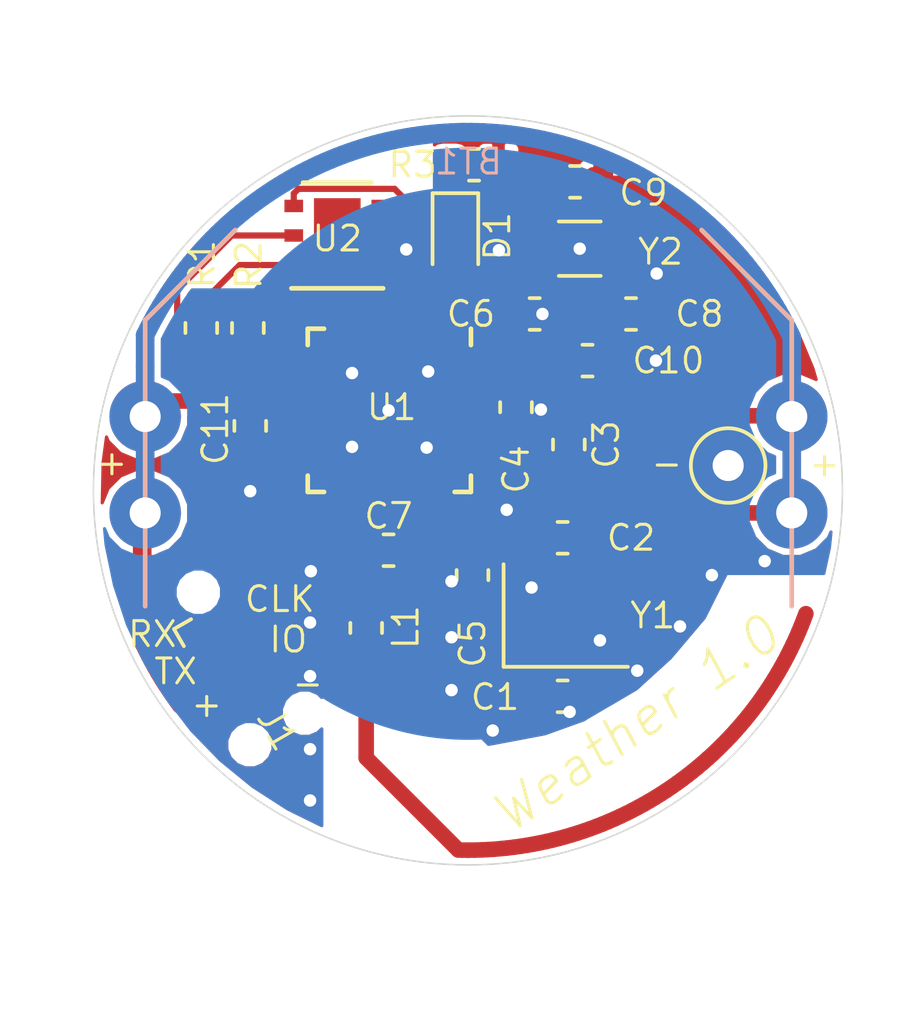
<source format=kicad_pcb>
(kicad_pcb (version 20171130) (host pcbnew 6.0.0-rc1-unknown-cd5b1c2~66~ubuntu18.04.1)

  (general
    (thickness 1.6)
    (drawings 11)
    (tracks 402)
    (zones 0)
    (modules 23)
    (nets 34)
  )

  (page A4)
  (title_block
    (date 2018-09-07)
    (rev 1.0)
  )

  (layers
    (0 F.Cu signal)
    (31 B.Cu signal)
    (32 B.Adhes user)
    (33 F.Adhes user)
    (34 B.Paste user)
    (35 F.Paste user)
    (36 B.SilkS user)
    (37 F.SilkS user)
    (38 B.Mask user)
    (39 F.Mask user)
    (40 Dwgs.User user)
    (41 Cmts.User user)
    (42 Eco1.User user)
    (43 Eco2.User user)
    (44 Edge.Cuts user)
    (45 Margin user)
    (46 B.CrtYd user)
    (47 F.CrtYd user)
    (48 B.Fab user)
    (49 F.Fab user)
  )

  (setup
    (last_trace_width 0.2)
    (user_trace_width 0.3)
    (user_trace_width 0.4)
    (user_trace_width 0.5)
    (user_trace_width 0.6)
    (trace_clearance 0.2)
    (zone_clearance 0.2)
    (zone_45_only no)
    (trace_min 0.2)
    (via_size 0.8)
    (via_drill 0.4)
    (via_min_size 0.4)
    (via_min_drill 0.3)
    (user_via 1 0.5)
    (user_via 1.2 0.6)
    (user_via 1.6 1)
    (uvia_size 0.3)
    (uvia_drill 0.1)
    (uvias_allowed no)
    (uvia_min_size 0.2)
    (uvia_min_drill 0.1)
    (edge_width 0.05)
    (segment_width 0.2)
    (pcb_text_width 0.3)
    (pcb_text_size 1.5 1.5)
    (mod_edge_width 0.12)
    (mod_text_size 0.8 0.8)
    (mod_text_width 0.1)
    (pad_size 1.524 1.524)
    (pad_drill 0.762)
    (pad_to_mask_clearance 0)
    (solder_mask_min_width 0.25)
    (aux_axis_origin 0 0)
    (visible_elements FFFFFF7F)
    (pcbplotparams
      (layerselection 0x010fc_ffffffff)
      (usegerberextensions false)
      (usegerberattributes false)
      (usegerberadvancedattributes false)
      (creategerberjobfile false)
      (excludeedgelayer true)
      (linewidth 0.100000)
      (plotframeref false)
      (viasonmask false)
      (mode 1)
      (useauxorigin false)
      (hpglpennumber 1)
      (hpglpenspeed 20)
      (hpglpendiameter 15.000000)
      (psnegative false)
      (psa4output false)
      (plotreference true)
      (plotvalue true)
      (plotinvisibletext false)
      (padsonsilk false)
      (subtractmaskfromsilk false)
      (outputformat 1)
      (mirror false)
      (drillshape 0)
      (scaleselection 1)
      (outputdirectory "gerber/"))
  )

  (net 0 "")
  (net 1 /RX)
  (net 2 /TX)
  (net 3 /SWDIO)
  (net 4 /SWDCLK)
  (net 5 "Net-(AE1-Pad1)")
  (net 6 GNDREF)
  (net 7 /SDA)
  (net 8 "Net-(U2-Pad3)")
  (net 9 +BATT)
  (net 10 /SCL)
  (net 11 "Net-(C6-Pad1)")
  (net 12 "Net-(U1-Pad11)")
  (net 13 "Net-(U1-Pad14)")
  (net 14 "Net-(U1-Pad15)")
  (net 15 "Net-(U1-Pad16)")
  (net 16 /ANT)
  (net 17 "Net-(U1-Pad21)")
  (net 18 "Net-(C5-Pad1)")
  (net 19 "Net-(C1-Pad1)")
  (net 20 "Net-(C2-Pad1)")
  (net 21 "Net-(U1-Pad26)")
  (net 22 "Net-(U1-Pad27)")
  (net 23 "Net-(U1-Pad28)")
  (net 24 "Net-(C4-Pad1)")
  (net 25 "Net-(U1-Pad31)")
  (net 26 "Net-(U1-Pad8)")
  (net 27 "Net-(U2-Pad7)")
  (net 28 "Net-(C8-Pad2)")
  (net 29 "Net-(C9-Pad2)")
  (net 30 "Net-(D1-Pad2)")
  (net 31 "Net-(D1-Pad1)")
  (net 32 "Net-(U1-Pad10)")
  (net 33 /DRDY)

  (net_class Default "This is the default net class."
    (clearance 0.2)
    (trace_width 0.2)
    (via_dia 0.8)
    (via_drill 0.4)
    (uvia_dia 0.3)
    (uvia_drill 0.1)
    (add_net +BATT)
    (add_net /ANT)
    (add_net /DRDY)
    (add_net /RX)
    (add_net /SCL)
    (add_net /SDA)
    (add_net /SWDCLK)
    (add_net /SWDIO)
    (add_net /TX)
    (add_net GNDREF)
    (add_net "Net-(AE1-Pad1)")
    (add_net "Net-(C1-Pad1)")
    (add_net "Net-(C2-Pad1)")
    (add_net "Net-(C4-Pad1)")
    (add_net "Net-(C5-Pad1)")
    (add_net "Net-(C6-Pad1)")
    (add_net "Net-(C8-Pad2)")
    (add_net "Net-(C9-Pad2)")
    (add_net "Net-(D1-Pad1)")
    (add_net "Net-(D1-Pad2)")
    (add_net "Net-(U1-Pad10)")
    (add_net "Net-(U1-Pad11)")
    (add_net "Net-(U1-Pad14)")
    (add_net "Net-(U1-Pad15)")
    (add_net "Net-(U1-Pad16)")
    (add_net "Net-(U1-Pad21)")
    (add_net "Net-(U1-Pad26)")
    (add_net "Net-(U1-Pad27)")
    (add_net "Net-(U1-Pad28)")
    (add_net "Net-(U1-Pad31)")
    (add_net "Net-(U1-Pad8)")
    (add_net "Net-(U2-Pad3)")
    (add_net "Net-(U2-Pad7)")
  )

  (module TestPoint:TestPoint_THTPad_D2.0mm_Drill1.0mm (layer F.Cu) (tedit 5A0F774F) (tstamp 5B97316F)
    (at 120.525 76.275)
    (descr "THT pad as test Point, diameter 2.0mm, hole diameter 1.0mm")
    (tags "test point THT pad")
    (path /5B9849BB)
    (attr virtual)
    (fp_text reference TP1 (at 0 -1.998) (layer F.SilkS) hide
      (effects (font (size 0.8 0.8) (thickness 0.1)))
    )
    (fp_text value - (at -1.975 -0.075) (layer F.SilkS)
      (effects (font (size 0.8 0.8) (thickness 0.1)))
    )
    (fp_circle (center 0 0) (end 0 1.2) (layer F.SilkS) (width 0.12))
    (fp_circle (center 0 0) (end 1.5 0) (layer F.CrtYd) (width 0.05))
    (fp_text user %R (at 0.025 0.05) (layer F.Fab)
      (effects (font (size 0.5 0.5) (thickness 0.05)))
    )
    (pad 1 thru_hole circle (at 0 0) (size 2 2) (drill 1) (layers *.Cu *.Mask)
      (net 6 GNDREF))
  )

  (module Resistor_SMD:R_0603_1608Metric (layer F.Cu) (tedit 5B301BBD) (tstamp 5B974961)
    (at 112.35 66.6 180)
    (descr "Resistor SMD 0603 (1608 Metric), square (rectangular) end terminal, IPC_7351 nominal, (Body size source: http://www.tortai-tech.com/upload/download/2011102023233369053.pdf), generated with kicad-footprint-generator")
    (tags resistor)
    (path /5B966096)
    (attr smd)
    (fp_text reference R3 (at 1.975 0 180) (layer F.SilkS)
      (effects (font (size 0.8 0.8) (thickness 0.1)))
    )
    (fp_text value 390 (at 0 -0.85 180) (layer F.Fab)
      (effects (font (size 0.5 0.5) (thickness 0.05)))
    )
    (fp_text user %R (at 0 -0.025 180) (layer F.Fab)
      (effects (font (size 0.5 0.5) (thickness 0.05)))
    )
    (fp_line (start 1.48 0.73) (end -1.48 0.73) (layer F.CrtYd) (width 0.05))
    (fp_line (start 1.48 -0.73) (end 1.48 0.73) (layer F.CrtYd) (width 0.05))
    (fp_line (start -1.48 -0.73) (end 1.48 -0.73) (layer F.CrtYd) (width 0.05))
    (fp_line (start -1.48 0.73) (end -1.48 -0.73) (layer F.CrtYd) (width 0.05))
    (fp_line (start -0.162779 0.51) (end 0.162779 0.51) (layer F.SilkS) (width 0.12))
    (fp_line (start -0.162779 -0.51) (end 0.162779 -0.51) (layer F.SilkS) (width 0.12))
    (fp_line (start 0.8 0.4) (end -0.8 0.4) (layer F.Fab) (width 0.1))
    (fp_line (start 0.8 -0.4) (end 0.8 0.4) (layer F.Fab) (width 0.1))
    (fp_line (start -0.8 -0.4) (end 0.8 -0.4) (layer F.Fab) (width 0.1))
    (fp_line (start -0.8 0.4) (end -0.8 -0.4) (layer F.Fab) (width 0.1))
    (pad 2 smd roundrect (at 0.7875 0 180) (size 0.875 0.95) (layers F.Cu F.Paste F.Mask) (roundrect_rratio 0.25)
      (net 31 "Net-(D1-Pad1)"))
    (pad 1 smd roundrect (at -0.7875 0 180) (size 0.875 0.95) (layers F.Cu F.Paste F.Mask) (roundrect_rratio 0.25)
      (net 6 GNDREF))
    (model ${KISYS3DMOD}/Resistor_SMD.3dshapes/R_0603_1608Metric.wrl
      (at (xyz 0 0 0))
      (scale (xyz 1 1 1))
      (rotate (xyz 0 0 0))
    )
  )

  (module LED_SMD:LED_0603_1608Metric (layer F.Cu) (tedit 5B301BBE) (tstamp 5B974824)
    (at 111.75 69 270)
    (descr "LED SMD 0603 (1608 Metric), square (rectangular) end terminal, IPC_7351 nominal, (Body size source: http://www.tortai-tech.com/upload/download/2011102023233369053.pdf), generated with kicad-footprint-generator")
    (tags diode)
    (path /5B965F3F)
    (attr smd)
    (fp_text reference D1 (at -0.1 -1.35 270) (layer F.SilkS)
      (effects (font (size 0.8 0.8) (thickness 0.1)))
    )
    (fp_text value LED (at 0.025 -0.875 270) (layer F.Fab)
      (effects (font (size 0.5 0.5) (thickness 0.05)))
    )
    (fp_text user %R (at 0 -0.025 270) (layer F.Fab)
      (effects (font (size 0.5 0.5) (thickness 0.05)))
    )
    (fp_line (start 1.48 0.73) (end -1.48 0.73) (layer F.CrtYd) (width 0.05))
    (fp_line (start 1.48 -0.73) (end 1.48 0.73) (layer F.CrtYd) (width 0.05))
    (fp_line (start -1.48 -0.73) (end 1.48 -0.73) (layer F.CrtYd) (width 0.05))
    (fp_line (start -1.48 0.73) (end -1.48 -0.73) (layer F.CrtYd) (width 0.05))
    (fp_line (start -1.485 0.735) (end 0.8 0.735) (layer F.SilkS) (width 0.12))
    (fp_line (start -1.485 -0.735) (end -1.485 0.735) (layer F.SilkS) (width 0.12))
    (fp_line (start 0.8 -0.735) (end -1.485 -0.735) (layer F.SilkS) (width 0.12))
    (fp_line (start 0.8 0.4) (end 0.8 -0.4) (layer F.Fab) (width 0.1))
    (fp_line (start -0.8 0.4) (end 0.8 0.4) (layer F.Fab) (width 0.1))
    (fp_line (start -0.8 -0.1) (end -0.8 0.4) (layer F.Fab) (width 0.1))
    (fp_line (start -0.5 -0.4) (end -0.8 -0.1) (layer F.Fab) (width 0.1))
    (fp_line (start 0.8 -0.4) (end -0.5 -0.4) (layer F.Fab) (width 0.1))
    (pad 2 smd roundrect (at 0.7875 0 270) (size 0.875 0.95) (layers F.Cu F.Paste F.Mask) (roundrect_rratio 0.25)
      (net 30 "Net-(D1-Pad2)"))
    (pad 1 smd roundrect (at -0.7875 0 270) (size 0.875 0.95) (layers F.Cu F.Paste F.Mask) (roundrect_rratio 0.25)
      (net 31 "Net-(D1-Pad1)"))
    (model ${KISYS3DMOD}/LED_SMD.3dshapes/LED_0603_1608Metric.wrl
      (at (xyz 0 0 0))
      (scale (xyz 1 1 1))
      (rotate (xyz 0 0 0))
    )
  )

  (module Connector:Tag-Connect_TC2030-IDC-NL_2x03_P1.27mm_Vertical (layer F.Cu) (tedit 5A29CEA9) (tstamp 5BA23C4A)
    (at 104.75 82.55 300)
    (descr "Tag-Connect programming header; http://www.tag-connect.com/Materials/TC2030-IDC-NL.pdf")
    (tags "tag connect programming header pogo pins")
    (path /5B92B25D)
    (attr virtual)
    (fp_text reference J1 (at 2.542756 -0.004182 300) (layer F.SilkS)
      (effects (font (size 0.8 0.8) (thickness 0.1)))
    )
    (fp_text value Tag-Connect (at 0.226554 -0.042404 300) (layer F.Fab)
      (effects (font (size 0.5 0.5) (thickness 0.05)))
    )
    (fp_text user KEEPOUT (at 0 0 300) (layer Cmts.User)
      (effects (font (size 0.8 0.8) (thickness 0.1)))
    )
    (fp_line (start 0.635 0.635) (end 1.27 0) (layer Dwgs.User) (width 0.1))
    (fp_line (start 0 0.635) (end 1.27 -0.635) (layer Dwgs.User) (width 0.1))
    (fp_line (start -0.635 0.635) (end 0.635 -0.635) (layer Dwgs.User) (width 0.1))
    (fp_line (start -1.27 0) (end -0.635 -0.635) (layer Dwgs.User) (width 0.1))
    (fp_line (start -1.27 0.635) (end 0 -0.635) (layer Dwgs.User) (width 0.1))
    (fp_line (start -1.27 -0.635) (end 1.27 -0.635) (layer Dwgs.User) (width 0.1))
    (fp_line (start 1.27 -0.635) (end 1.27 0.635) (layer Dwgs.User) (width 0.1))
    (fp_line (start 1.27 0.635) (end -1.27 0.635) (layer Dwgs.User) (width 0.1))
    (fp_line (start -1.27 0.635) (end -1.27 -0.635) (layer Dwgs.User) (width 0.1))
    (fp_text user %R (at 0.227692 -0.994375 300) (layer F.Fab)
      (effects (font (size 0.5 0.5) (thickness 0.05)))
    )
    (fp_line (start -3.5 -2) (end 3.5 -2) (layer F.CrtYd) (width 0.05))
    (fp_line (start 3.5 -2) (end 3.5 2) (layer F.CrtYd) (width 0.05))
    (fp_line (start 3.5 2) (end -3.5 2) (layer F.CrtYd) (width 0.05))
    (fp_line (start -3.5 2) (end -3.5 -2) (layer F.CrtYd) (width 0.05))
    (fp_line (start -1.27 1.27) (end -1.905 1.27) (layer F.SilkS) (width 0.12))
    (fp_line (start -1.905 1.27) (end -1.905 0.635) (layer F.SilkS) (width 0.12))
    (pad 6 connect circle (at 1.27 -0.635 300) (size 0.7874 0.7874) (layers F.Cu F.Mask)
      (net 6 GNDREF))
    (pad 5 connect circle (at 1.27 0.635 300) (size 0.7874 0.7874) (layers F.Cu F.Mask)
      (net 9 +BATT))
    (pad 4 connect circle (at 0 -0.635 300) (size 0.7874 0.7874) (layers F.Cu F.Mask)
      (net 3 /SWDIO))
    (pad 3 connect circle (at 0 0.635 300) (size 0.7874 0.7874) (layers F.Cu F.Mask)
      (net 2 /TX))
    (pad 2 connect circle (at -1.27 -0.635 300) (size 0.7874 0.7874) (layers F.Cu F.Mask)
      (net 4 /SWDCLK))
    (pad 1 connect circle (at -1.27 0.635 300) (size 0.7874 0.7874) (layers F.Cu F.Mask)
      (net 1 /RX))
    (pad "" np_thru_hole circle (at -2.54 0 300) (size 0.9906 0.9906) (drill 0.9906) (layers *.Cu *.Mask))
    (pad "" np_thru_hole circle (at 2.54 1.016 300) (size 0.9906 0.9906) (drill 0.9906) (layers *.Cu *.Mask))
    (pad "" np_thru_hole circle (at 2.540001 -1.016 300) (size 0.9906 0.9906) (drill 0.9906) (layers *.Cu *.Mask))
  )

  (module Anders_Footprints:BatteryHolder_Linx_001_THM (layer B.Cu) (tedit 5B85415A) (tstamp 5BA2472E)
    (at 112.17 76.2 180)
    (path /5B804EA5)
    (fp_text reference BT1 (at 0 9.7 180) (layer B.SilkS)
      (effects (font (size 0.8 0.8) (thickness 0.1)) (justify mirror))
    )
    (fp_text value Battery_Cell (at 0 0.5 180) (layer B.Fab)
      (effects (font (size 0.8 0.8) (thickness 0.1)) (justify mirror))
    )
    (fp_line (start 10.4 -4.6) (end 10.4 4.6) (layer B.SilkS) (width 0.15))
    (fp_line (start 10.4 4.6) (end 7.5 7.5) (layer B.SilkS) (width 0.15))
    (fp_line (start -10.4 -4.6) (end -10.4 4.6) (layer B.SilkS) (width 0.15))
    (fp_line (start -7.5 7.5) (end -10.4 4.6) (layer B.SilkS) (width 0.15))
    (fp_line (start 10.4 -4.6) (end 10.4 4.6) (layer B.Fab) (width 0.12))
    (fp_line (start 10.4 4.6) (end 7.5 7.5) (layer B.Fab) (width 0.12))
    (fp_line (start 7.5 7.5) (end -7.5 7.5) (layer B.Fab) (width 0.12))
    (fp_line (start -7.5 7.5) (end -10.4 4.6) (layer B.Fab) (width 0.12))
    (fp_line (start -10.4 4.6) (end -10.4 -4.6) (layer B.Fab) (width 0.12))
    (fp_line (start -10.4 -4.6) (end -7 -8) (layer B.Fab) (width 0.12))
    (fp_line (start -7 -8) (end -5.8 -8) (layer B.Fab) (width 0.12))
    (fp_line (start -5.8 -8) (end -3.6 -5.8) (layer B.Fab) (width 0.12))
    (fp_line (start -3.6 -5.8) (end 0 -5.8) (layer B.Fab) (width 0.12))
    (fp_line (start 3.7 -5.8) (end 0.1 -5.8) (layer B.Fab) (width 0.12))
    (fp_line (start 3.7 -5.8) (end 5.9 -8) (layer B.Fab) (width 0.12))
    (fp_line (start 10.4 -4.6) (end 7 -8) (layer B.Fab) (width 0.12))
    (fp_line (start 7.1 -8) (end 5.9 -8) (layer B.Fab) (width 0.12))
    (pad 1 thru_hole circle (at 10.4 1.5 180) (size 2.3 2.3) (drill 1) (layers *.Cu *.Mask)
      (net 9 +BATT))
    (pad 1 thru_hole circle (at 10.4 -1.6 180) (size 2.3 2.3) (drill 1) (layers *.Cu *.Mask)
      (net 9 +BATT))
    (pad 1 thru_hole circle (at -10.4 -1.6 180) (size 2.3 2.3) (drill 1) (layers *.Cu *.Mask)
      (net 9 +BATT))
    (pad 1 thru_hole circle (at -10.4 1.5 180) (size 2.3 2.3) (drill 1) (layers *.Cu *.Mask)
      (net 9 +BATT))
    (pad 2 smd circle (at 0 0 180) (size 17.8 17.8) (layers B.Cu B.Paste B.Mask)
      (net 6 GNDREF))
  )

  (module Capacitor_SMD:C_0603_1608Metric (layer F.Cu) (tedit 5B301BBE) (tstamp 5B85894B)
    (at 116 72.9)
    (descr "Capacitor SMD 0603 (1608 Metric), square (rectangular) end terminal, IPC_7351 nominal, (Body size source: http://www.tortai-tech.com/upload/download/2011102023233369053.pdf), generated with kicad-footprint-generator")
    (tags capacitor)
    (path /5B855566)
    (attr smd)
    (fp_text reference C10 (at 2.6 0) (layer F.SilkS)
      (effects (font (size 0.8 0.8) (thickness 0.1)))
    )
    (fp_text value 100nF (at 0.05 0.85) (layer F.Fab)
      (effects (font (size 0.5 0.5) (thickness 0.05)))
    )
    (fp_text user %R (at 0 0.025) (layer F.Fab)
      (effects (font (size 0.5 0.5) (thickness 0.05)))
    )
    (fp_line (start 1.48 0.73) (end -1.48 0.73) (layer F.CrtYd) (width 0.05))
    (fp_line (start 1.48 -0.73) (end 1.48 0.73) (layer F.CrtYd) (width 0.05))
    (fp_line (start -1.48 -0.73) (end 1.48 -0.73) (layer F.CrtYd) (width 0.05))
    (fp_line (start -1.48 0.73) (end -1.48 -0.73) (layer F.CrtYd) (width 0.05))
    (fp_line (start -0.162779 0.51) (end 0.162779 0.51) (layer F.SilkS) (width 0.12))
    (fp_line (start -0.162779 -0.51) (end 0.162779 -0.51) (layer F.SilkS) (width 0.12))
    (fp_line (start 0.8 0.4) (end -0.8 0.4) (layer F.Fab) (width 0.1))
    (fp_line (start 0.8 -0.4) (end 0.8 0.4) (layer F.Fab) (width 0.1))
    (fp_line (start -0.8 -0.4) (end 0.8 -0.4) (layer F.Fab) (width 0.1))
    (fp_line (start -0.8 0.4) (end -0.8 -0.4) (layer F.Fab) (width 0.1))
    (pad 2 smd roundrect (at 0.7875 0) (size 0.875 0.95) (layers F.Cu F.Paste F.Mask) (roundrect_rratio 0.25)
      (net 6 GNDREF))
    (pad 1 smd roundrect (at -0.7875 0) (size 0.875 0.95) (layers F.Cu F.Paste F.Mask) (roundrect_rratio 0.25)
      (net 9 +BATT))
    (model ${KISYS3DMOD}/Capacitor_SMD.3dshapes/C_0603_1608Metric.wrl
      (at (xyz 0 0 0))
      (scale (xyz 1 1 1))
      (rotate (xyz 0 0 0))
    )
  )

  (module Capacitor_SMD:C_0603_1608Metric (layer F.Cu) (tedit 5B301BBE) (tstamp 5B97E3AB)
    (at 105.15 75 270)
    (descr "Capacitor SMD 0603 (1608 Metric), square (rectangular) end terminal, IPC_7351 nominal, (Body size source: http://www.tortai-tech.com/upload/download/2011102023233369053.pdf), generated with kicad-footprint-generator")
    (tags capacitor)
    (path /5B8554FE)
    (attr smd)
    (fp_text reference C11 (at 0.1 1.125 270) (layer F.SilkS)
      (effects (font (size 0.8 0.8) (thickness 0.1)))
    )
    (fp_text value 100nF (at -0.025 -0.85 270) (layer F.Fab)
      (effects (font (size 0.5 0.5) (thickness 0.05)))
    )
    (fp_line (start -0.8 0.4) (end -0.8 -0.4) (layer F.Fab) (width 0.1))
    (fp_line (start -0.8 -0.4) (end 0.8 -0.4) (layer F.Fab) (width 0.1))
    (fp_line (start 0.8 -0.4) (end 0.8 0.4) (layer F.Fab) (width 0.1))
    (fp_line (start 0.8 0.4) (end -0.8 0.4) (layer F.Fab) (width 0.1))
    (fp_line (start -0.162779 -0.51) (end 0.162779 -0.51) (layer F.SilkS) (width 0.12))
    (fp_line (start -0.162779 0.51) (end 0.162779 0.51) (layer F.SilkS) (width 0.12))
    (fp_line (start -1.48 0.73) (end -1.48 -0.73) (layer F.CrtYd) (width 0.05))
    (fp_line (start -1.48 -0.73) (end 1.48 -0.73) (layer F.CrtYd) (width 0.05))
    (fp_line (start 1.48 -0.73) (end 1.48 0.73) (layer F.CrtYd) (width 0.05))
    (fp_line (start 1.48 0.73) (end -1.48 0.73) (layer F.CrtYd) (width 0.05))
    (fp_text user %R (at -0.025 -0.025 270) (layer F.Fab)
      (effects (font (size 0.5 0.5) (thickness 0.05)))
    )
    (pad 1 smd roundrect (at -0.7875 0 270) (size 0.875 0.95) (layers F.Cu F.Paste F.Mask) (roundrect_rratio 0.25)
      (net 9 +BATT))
    (pad 2 smd roundrect (at 0.7875 0 270) (size 0.875 0.95) (layers F.Cu F.Paste F.Mask) (roundrect_rratio 0.25)
      (net 6 GNDREF))
    (model ${KISYS3DMOD}/Capacitor_SMD.3dshapes/C_0603_1608Metric.wrl
      (at (xyz 0 0 0))
      (scale (xyz 1 1 1))
      (rotate (xyz 0 0 0))
    )
  )

  (module Crystal:Crystal_SMD_3215-2Pin_3.2x1.5mm (layer F.Cu) (tedit 5A0FD1B2) (tstamp 5B8426FF)
    (at 115.75 69.3 180)
    (descr "SMD Crystal FC-135 https://support.epson.biz/td/api/doc_check.php?dl=brief_FC-135R_en.pdf")
    (tags "SMD SMT Crystal")
    (path /5B840CE7)
    (attr smd)
    (fp_text reference Y2 (at -2.6 -0.1 180) (layer F.SilkS)
      (effects (font (size 0.8 0.8) (thickness 0.1)))
    )
    (fp_text value 32kHz (at 0.05 -0.4 180) (layer F.Fab)
      (effects (font (size 0.5 0.5) (thickness 0.05)))
    )
    (fp_text user %R (at 0 0.3 180) (layer F.Fab)
      (effects (font (size 0.5 0.5) (thickness 0.05)))
    )
    (fp_line (start -2 -1.15) (end 2 -1.15) (layer F.CrtYd) (width 0.05))
    (fp_line (start -1.6 -0.75) (end -1.6 0.75) (layer F.Fab) (width 0.1))
    (fp_line (start -0.675 0.875) (end 0.675 0.875) (layer F.SilkS) (width 0.12))
    (fp_line (start -0.675 -0.875) (end 0.675 -0.875) (layer F.SilkS) (width 0.12))
    (fp_line (start 1.6 -0.75) (end 1.6 0.75) (layer F.Fab) (width 0.1))
    (fp_line (start -1.6 -0.75) (end 1.6 -0.75) (layer F.Fab) (width 0.1))
    (fp_line (start -1.6 0.75) (end 1.6 0.75) (layer F.Fab) (width 0.1))
    (fp_line (start -2 1.15) (end 2 1.15) (layer F.CrtYd) (width 0.05))
    (fp_line (start -2 -1.15) (end -2 1.15) (layer F.CrtYd) (width 0.05))
    (fp_line (start 2 -1.15) (end 2 1.15) (layer F.CrtYd) (width 0.05))
    (pad 1 smd rect (at 1.25 0 180) (size 1 1.8) (layers F.Cu F.Paste F.Mask)
      (net 29 "Net-(C9-Pad2)"))
    (pad 2 smd rect (at -1.25 0 180) (size 1 1.8) (layers F.Cu F.Paste F.Mask)
      (net 28 "Net-(C8-Pad2)"))
    (model ${KISYS3DMOD}/Crystal.3dshapes/Crystal_SMD_3215-2Pin_3.2x1.5mm.wrl
      (at (xyz 0 0 0))
      (scale (xyz 1 1 1))
      (rotate (xyz 0 0 0))
    )
    (model ${KISYS3DMOD}/Crystal.3dshapes/Crystal_SMD_3225-4Pin_3.2x2.5mm.step
      (at (xyz 0 0 0))
      (scale (xyz 1 0.6 1))
      (rotate (xyz 0 0 0))
    )
  )

  (module Crystal:Crystal_SMD_3225-4Pin_3.2x2.5mm (layer F.Cu) (tedit 5A0FD1B2) (tstamp 5B8426EC)
    (at 115.3 81.1)
    (descr "SMD Crystal SERIES SMD3225/4 http://www.txccrystal.com/images/pdf/7m-accuracy.pdf, 3.2x2.5mm^2 package")
    (tags "SMD SMT crystal")
    (path /5B7EBD1C)
    (attr smd)
    (fp_text reference Y1 (at 2.8 0) (layer F.SilkS)
      (effects (font (size 0.8 0.8) (thickness 0.1)))
    )
    (fp_text value 32MHz (at 0 0.375) (layer F.Fab)
      (effects (font (size 0.5 0.5) (thickness 0.05)))
    )
    (fp_text user %R (at 0 -0.5) (layer F.Fab)
      (effects (font (size 0.5 0.5) (thickness 0.05)))
    )
    (fp_line (start -1.6 -1.25) (end -1.6 1.25) (layer F.Fab) (width 0.1))
    (fp_line (start -1.6 1.25) (end 1.6 1.25) (layer F.Fab) (width 0.1))
    (fp_line (start 1.6 1.25) (end 1.6 -1.25) (layer F.Fab) (width 0.1))
    (fp_line (start 1.6 -1.25) (end -1.6 -1.25) (layer F.Fab) (width 0.1))
    (fp_line (start -1.6 0.25) (end -0.6 1.25) (layer F.Fab) (width 0.1))
    (fp_line (start -2 -1.65) (end -2 1.65) (layer F.SilkS) (width 0.12))
    (fp_line (start -2 1.65) (end 2 1.65) (layer F.SilkS) (width 0.12))
    (fp_line (start -2.1 -1.7) (end -2.1 1.7) (layer F.CrtYd) (width 0.05))
    (fp_line (start -2.1 1.7) (end 2.1 1.7) (layer F.CrtYd) (width 0.05))
    (fp_line (start 2.1 1.7) (end 2.1 -1.7) (layer F.CrtYd) (width 0.05))
    (fp_line (start 2.1 -1.7) (end -2.1 -1.7) (layer F.CrtYd) (width 0.05))
    (pad 1 smd rect (at -1.1 0.85) (size 1.4 1.2) (layers F.Cu F.Paste F.Mask)
      (net 19 "Net-(C1-Pad1)"))
    (pad 2 smd rect (at 1.1 0.85) (size 1.4 1.2) (layers F.Cu F.Paste F.Mask)
      (net 6 GNDREF))
    (pad 3 smd rect (at 1.1 -0.85) (size 1.4 1.2) (layers F.Cu F.Paste F.Mask)
      (net 20 "Net-(C2-Pad1)"))
    (pad 4 smd rect (at -1.1 -0.85) (size 1.4 1.2) (layers F.Cu F.Paste F.Mask)
      (net 6 GNDREF))
    (model ${KISYS3DMOD}/Crystal.3dshapes/Crystal_SMD_3225-4Pin_3.2x2.5mm.wrl
      (at (xyz 0 0 0))
      (scale (xyz 1 1 1))
      (rotate (xyz 0 0 0))
    )
  )

  (module Capacitor_SMD:C_0603_1608Metric (layer F.Cu) (tedit 5B301BBE) (tstamp 5B841C16)
    (at 117.4 71.4 180)
    (descr "Capacitor SMD 0603 (1608 Metric), square (rectangular) end terminal, IPC_7351 nominal, (Body size source: http://www.tortai-tech.com/upload/download/2011102023233369053.pdf), generated with kicad-footprint-generator")
    (tags capacitor)
    (path /5B840F1B)
    (attr smd)
    (fp_text reference C8 (at -2.2 0 180) (layer F.SilkS)
      (effects (font (size 0.8 0.8) (thickness 0.1)))
    )
    (fp_text value 9pF (at 0 -0.8 180) (layer F.Fab)
      (effects (font (size 0.5 0.5) (thickness 0.05)))
    )
    (fp_text user %R (at 0 0 180) (layer F.Fab)
      (effects (font (size 0.5 0.5) (thickness 0.05)))
    )
    (fp_line (start 1.48 0.73) (end -1.48 0.73) (layer F.CrtYd) (width 0.05))
    (fp_line (start 1.48 -0.73) (end 1.48 0.73) (layer F.CrtYd) (width 0.05))
    (fp_line (start -1.48 -0.73) (end 1.48 -0.73) (layer F.CrtYd) (width 0.05))
    (fp_line (start -1.48 0.73) (end -1.48 -0.73) (layer F.CrtYd) (width 0.05))
    (fp_line (start -0.162779 0.51) (end 0.162779 0.51) (layer F.SilkS) (width 0.12))
    (fp_line (start -0.162779 -0.51) (end 0.162779 -0.51) (layer F.SilkS) (width 0.12))
    (fp_line (start 0.8 0.4) (end -0.8 0.4) (layer F.Fab) (width 0.1))
    (fp_line (start 0.8 -0.4) (end 0.8 0.4) (layer F.Fab) (width 0.1))
    (fp_line (start -0.8 -0.4) (end 0.8 -0.4) (layer F.Fab) (width 0.1))
    (fp_line (start -0.8 0.4) (end -0.8 -0.4) (layer F.Fab) (width 0.1))
    (pad 2 smd roundrect (at 0.7875 0 180) (size 0.875 0.95) (layers F.Cu F.Paste F.Mask) (roundrect_rratio 0.25)
      (net 28 "Net-(C8-Pad2)"))
    (pad 1 smd roundrect (at -0.7875 0 180) (size 0.875 0.95) (layers F.Cu F.Paste F.Mask) (roundrect_rratio 0.25)
      (net 6 GNDREF))
    (model ${KISYS3DMOD}/Capacitor_SMD.3dshapes/C_0603_1608Metric.wrl
      (at (xyz 0 0 0))
      (scale (xyz 1 1 1))
      (rotate (xyz 0 0 0))
    )
  )

  (module Capacitor_SMD:C_0603_1608Metric (layer F.Cu) (tedit 5B301BBE) (tstamp 5B84570D)
    (at 115.6 67.15 180)
    (descr "Capacitor SMD 0603 (1608 Metric), square (rectangular) end terminal, IPC_7351 nominal, (Body size source: http://www.tortai-tech.com/upload/download/2011102023233369053.pdf), generated with kicad-footprint-generator")
    (tags capacitor)
    (path /5B8410C3)
    (attr smd)
    (fp_text reference C9 (at -2.2 -0.35 180) (layer F.SilkS)
      (effects (font (size 0.8 0.8) (thickness 0.1)))
    )
    (fp_text value 9pF (at 0 -0.825 180) (layer F.Fab)
      (effects (font (size 0.5 0.5) (thickness 0.05)))
    )
    (fp_line (start -0.8 0.4) (end -0.8 -0.4) (layer F.Fab) (width 0.1))
    (fp_line (start -0.8 -0.4) (end 0.8 -0.4) (layer F.Fab) (width 0.1))
    (fp_line (start 0.8 -0.4) (end 0.8 0.4) (layer F.Fab) (width 0.1))
    (fp_line (start 0.8 0.4) (end -0.8 0.4) (layer F.Fab) (width 0.1))
    (fp_line (start -0.162779 -0.51) (end 0.162779 -0.51) (layer F.SilkS) (width 0.12))
    (fp_line (start -0.162779 0.51) (end 0.162779 0.51) (layer F.SilkS) (width 0.12))
    (fp_line (start -1.48 0.73) (end -1.48 -0.73) (layer F.CrtYd) (width 0.05))
    (fp_line (start -1.48 -0.73) (end 1.48 -0.73) (layer F.CrtYd) (width 0.05))
    (fp_line (start 1.48 -0.73) (end 1.48 0.73) (layer F.CrtYd) (width 0.05))
    (fp_line (start 1.48 0.73) (end -1.48 0.73) (layer F.CrtYd) (width 0.05))
    (fp_text user %R (at 0.025 0 180) (layer F.Fab)
      (effects (font (size 0.5 0.5) (thickness 0.05)))
    )
    (pad 1 smd roundrect (at -0.7875 0 180) (size 0.875 0.95) (layers F.Cu F.Paste F.Mask) (roundrect_rratio 0.25)
      (net 6 GNDREF))
    (pad 2 smd roundrect (at 0.7875 0 180) (size 0.875 0.95) (layers F.Cu F.Paste F.Mask) (roundrect_rratio 0.25)
      (net 29 "Net-(C9-Pad2)"))
    (model ${KISYS3DMOD}/Capacitor_SMD.3dshapes/C_0603_1608Metric.wrl
      (at (xyz 0 0 0))
      (scale (xyz 1 1 1))
      (rotate (xyz 0 0 0))
    )
  )

  (module Package_SON:Texas_PWSON-N6 (layer F.Cu) (tedit 5A15BFB4) (tstamp 5B97FD73)
    (at 107.95 68.875 180)
    (descr "Plastic Small Outline No-Lead http://www.ti.com/lit/ml/mpds176e/mpds176e.pdf")
    (tags "Plastic Small Outline No-Lead")
    (path /5B8027FD)
    (attr smd)
    (fp_text reference U2 (at 0 -0.1 180) (layer F.SilkS)
      (effects (font (size 0.8 0.8) (thickness 0.1)))
    )
    (fp_text value HDC2080 (at -0.025 -2 180) (layer F.Fab)
      (effects (font (size 0.5 0.5) (thickness 0.05)))
    )
    (fp_line (start 1.475 -1.7) (end -1.475 -1.7) (layer F.SilkS) (width 0.15))
    (fp_line (start 1.1 1.7) (end -1.1 1.7) (layer F.SilkS) (width 0.15))
    (fp_line (start 1.475 -1.5) (end -0.825 -1.5) (layer F.Fab) (width 0.15))
    (fp_line (start -1.475 1.5) (end -1.475 -0.75) (layer F.Fab) (width 0.15))
    (fp_line (start -1.475 -0.75) (end -0.825 -1.5) (layer F.Fab) (width 0.15))
    (fp_line (start 1.98 1.85) (end 1.98 -1.85) (layer F.CrtYd) (width 0.05))
    (fp_line (start -1.98 1.85) (end 1.98 1.85) (layer F.CrtYd) (width 0.05))
    (fp_line (start -1.98 1.85) (end -1.98 -1.85) (layer F.CrtYd) (width 0.05))
    (fp_line (start -1.98 -1.86) (end 1.98 -1.86) (layer F.CrtYd) (width 0.05))
    (fp_text user %R (at 0.05 -0.025) (layer F.Fab)
      (effects (font (size 0.5 0.5) (thickness 0.05)))
    )
    (fp_line (start 1.475 1.5) (end -1.475 1.5) (layer F.Fab) (width 0.15))
    (fp_line (start 1.475 -1.5) (end 1.475 1.5) (layer F.Fab) (width 0.15))
    (pad 7 smd rect (at 0 0 180) (size 1.5 2.4) (layers F.Cu F.Paste F.Mask)
      (net 27 "Net-(U2-Pad7)"))
    (pad 1 smd rect (at -1.4 -0.95 180) (size 0.6 0.4) (layers F.Cu F.Paste F.Mask)
      (net 7 /SDA))
    (pad 2 smd rect (at -1.4 0 180) (size 0.6 0.4) (layers F.Cu F.Paste F.Mask)
      (net 6 GNDREF))
    (pad 3 smd rect (at -1.4 0.95 180) (size 0.6 0.4) (layers F.Cu F.Paste F.Mask)
      (net 8 "Net-(U2-Pad3)"))
    (pad 4 smd rect (at 1.4 0.95 180) (size 0.6 0.4) (layers F.Cu F.Paste F.Mask)
      (net 33 /DRDY))
    (pad 5 smd rect (at 1.4 0 180) (size 0.6 0.4) (layers F.Cu F.Paste F.Mask)
      (net 9 +BATT))
    (pad 6 smd rect (at 1.4 -0.95 180) (size 0.6 0.4) (layers F.Cu F.Paste F.Mask)
      (net 10 /SCL))
    (model ${KISYS3DMOD}/Package_SON.3dshapes/Texas_PWSON-N6.wrl
      (at (xyz 0 0 0))
      (scale (xyz 1 1 1))
      (rotate (xyz 0 0 0))
    )
    (model ${KISYS3DMOD}/Package_SON.3dshapes/WSON-6_1.5x1.5mm_P0.5mm.step
      (at (xyz 0 0 0))
      (scale (xyz 2 2 1))
      (rotate (xyz 0 0 0))
    )
  )

  (module Resistor_SMD:R_0603_1608Metric (layer F.Cu) (tedit 5B301BBD) (tstamp 5B853A11)
    (at 103.575 71.85 90)
    (descr "Resistor SMD 0603 (1608 Metric), square (rectangular) end terminal, IPC_7351 nominal, (Body size source: http://www.tortai-tech.com/upload/download/2011102023233369053.pdf), generated with kicad-footprint-generator")
    (tags resistor)
    (path /5B7EBF9A)
    (attr smd)
    (fp_text reference R1 (at 2.05 0.025 90) (layer F.SilkS)
      (effects (font (size 0.8 0.8) (thickness 0.1)))
    )
    (fp_text value 10K (at 0 0.775 90) (layer F.Fab)
      (effects (font (size 0.5 0.5) (thickness 0.05)))
    )
    (fp_text user %R (at 0 0 90) (layer F.Fab)
      (effects (font (size 0.5 0.5) (thickness 0.05)))
    )
    (fp_line (start 1.48 0.73) (end -1.48 0.73) (layer F.CrtYd) (width 0.05))
    (fp_line (start 1.48 -0.73) (end 1.48 0.73) (layer F.CrtYd) (width 0.05))
    (fp_line (start -1.48 -0.73) (end 1.48 -0.73) (layer F.CrtYd) (width 0.05))
    (fp_line (start -1.48 0.73) (end -1.48 -0.73) (layer F.CrtYd) (width 0.05))
    (fp_line (start -0.162779 0.51) (end 0.162779 0.51) (layer F.SilkS) (width 0.12))
    (fp_line (start -0.162779 -0.51) (end 0.162779 -0.51) (layer F.SilkS) (width 0.12))
    (fp_line (start 0.8 0.4) (end -0.8 0.4) (layer F.Fab) (width 0.1))
    (fp_line (start 0.8 -0.4) (end 0.8 0.4) (layer F.Fab) (width 0.1))
    (fp_line (start -0.8 -0.4) (end 0.8 -0.4) (layer F.Fab) (width 0.1))
    (fp_line (start -0.8 0.4) (end -0.8 -0.4) (layer F.Fab) (width 0.1))
    (pad 2 smd roundrect (at 0.7875 0 90) (size 0.875 0.95) (layers F.Cu F.Paste F.Mask) (roundrect_rratio 0.25)
      (net 10 /SCL))
    (pad 1 smd roundrect (at -0.7875 0 90) (size 0.875 0.95) (layers F.Cu F.Paste F.Mask) (roundrect_rratio 0.25)
      (net 9 +BATT))
    (model ${KISYS3DMOD}/Resistor_SMD.3dshapes/R_0603_1608Metric.wrl
      (at (xyz 0 0 0))
      (scale (xyz 1 1 1))
      (rotate (xyz 0 0 0))
    )
  )

  (module Resistor_SMD:R_0603_1608Metric (layer F.Cu) (tedit 5B301BBD) (tstamp 5B97F49B)
    (at 105.075 71.85 90)
    (descr "Resistor SMD 0603 (1608 Metric), square (rectangular) end terminal, IPC_7351 nominal, (Body size source: http://www.tortai-tech.com/upload/download/2011102023233369053.pdf), generated with kicad-footprint-generator")
    (tags resistor)
    (path /5B7ECE35)
    (attr smd)
    (fp_text reference R2 (at 2.025 0.025 90) (layer F.SilkS)
      (effects (font (size 0.8 0.8) (thickness 0.1)))
    )
    (fp_text value 10K (at -0.025 0.775 90) (layer F.Fab)
      (effects (font (size 0.5 0.5) (thickness 0.05)))
    )
    (fp_line (start -0.8 0.4) (end -0.8 -0.4) (layer F.Fab) (width 0.1))
    (fp_line (start -0.8 -0.4) (end 0.8 -0.4) (layer F.Fab) (width 0.1))
    (fp_line (start 0.8 -0.4) (end 0.8 0.4) (layer F.Fab) (width 0.1))
    (fp_line (start 0.8 0.4) (end -0.8 0.4) (layer F.Fab) (width 0.1))
    (fp_line (start -0.162779 -0.51) (end 0.162779 -0.51) (layer F.SilkS) (width 0.12))
    (fp_line (start -0.162779 0.51) (end 0.162779 0.51) (layer F.SilkS) (width 0.12))
    (fp_line (start -1.48 0.73) (end -1.48 -0.73) (layer F.CrtYd) (width 0.05))
    (fp_line (start -1.48 -0.73) (end 1.48 -0.73) (layer F.CrtYd) (width 0.05))
    (fp_line (start 1.48 -0.73) (end 1.48 0.73) (layer F.CrtYd) (width 0.05))
    (fp_line (start 1.48 0.73) (end -1.48 0.73) (layer F.CrtYd) (width 0.05))
    (fp_text user %R (at 0 0 90) (layer F.Fab)
      (effects (font (size 0.5 0.5) (thickness 0.05)))
    )
    (pad 1 smd roundrect (at -0.7875 0 90) (size 0.875 0.95) (layers F.Cu F.Paste F.Mask) (roundrect_rratio 0.25)
      (net 9 +BATT))
    (pad 2 smd roundrect (at 0.7875 0 90) (size 0.875 0.95) (layers F.Cu F.Paste F.Mask) (roundrect_rratio 0.25)
      (net 7 /SDA))
    (model ${KISYS3DMOD}/Resistor_SMD.3dshapes/R_0603_1608Metric.wrl
      (at (xyz 0 0 0))
      (scale (xyz 1 1 1))
      (rotate (xyz 0 0 0))
    )
  )

  (module Capacitor_SMD:C_0603_1608Metric (layer F.Cu) (tedit 5B301BBE) (tstamp 5B7EF1DC)
    (at 115.2 83.7)
    (descr "Capacitor SMD 0603 (1608 Metric), square (rectangular) end terminal, IPC_7351 nominal, (Body size source: http://www.tortai-tech.com/upload/download/2011102023233369053.pdf), generated with kicad-footprint-generator")
    (tags capacitor)
    (path /5B7ECC4A)
    (attr smd)
    (fp_text reference C1 (at -2.175 0.025) (layer F.SilkS)
      (effects (font (size 0.8 0.8) (thickness 0.1)))
    )
    (fp_text value 8pF (at 0.025 0.875) (layer F.Fab)
      (effects (font (size 0.5 0.5) (thickness 0.05)))
    )
    (fp_text user %R (at 0.025 0.025) (layer F.Fab)
      (effects (font (size 0.5 0.5) (thickness 0.05)))
    )
    (fp_line (start 1.48 0.73) (end -1.48 0.73) (layer F.CrtYd) (width 0.05))
    (fp_line (start 1.48 -0.73) (end 1.48 0.73) (layer F.CrtYd) (width 0.05))
    (fp_line (start -1.48 -0.73) (end 1.48 -0.73) (layer F.CrtYd) (width 0.05))
    (fp_line (start -1.48 0.73) (end -1.48 -0.73) (layer F.CrtYd) (width 0.05))
    (fp_line (start -0.162779 0.51) (end 0.162779 0.51) (layer F.SilkS) (width 0.12))
    (fp_line (start -0.162779 -0.51) (end 0.162779 -0.51) (layer F.SilkS) (width 0.12))
    (fp_line (start 0.8 0.4) (end -0.8 0.4) (layer F.Fab) (width 0.1))
    (fp_line (start 0.8 -0.4) (end 0.8 0.4) (layer F.Fab) (width 0.1))
    (fp_line (start -0.8 -0.4) (end 0.8 -0.4) (layer F.Fab) (width 0.1))
    (fp_line (start -0.8 0.4) (end -0.8 -0.4) (layer F.Fab) (width 0.1))
    (pad 2 smd roundrect (at 0.7875 0) (size 0.875 0.95) (layers F.Cu F.Paste F.Mask) (roundrect_rratio 0.25)
      (net 6 GNDREF))
    (pad 1 smd roundrect (at -0.7875 0) (size 0.875 0.95) (layers F.Cu F.Paste F.Mask) (roundrect_rratio 0.25)
      (net 19 "Net-(C1-Pad1)"))
    (model ${KISYS3DMOD}/Capacitor_SMD.3dshapes/C_0603_1608Metric.wrl
      (at (xyz 0 0 0))
      (scale (xyz 1 1 1))
      (rotate (xyz 0 0 0))
    )
  )

  (module Capacitor_SMD:C_0603_1608Metric (layer F.Cu) (tedit 5B301BBE) (tstamp 5B802904)
    (at 115.2 78.6 180)
    (descr "Capacitor SMD 0603 (1608 Metric), square (rectangular) end terminal, IPC_7351 nominal, (Body size source: http://www.tortai-tech.com/upload/download/2011102023233369053.pdf), generated with kicad-footprint-generator")
    (tags capacitor)
    (path /5B7ECCE1)
    (attr smd)
    (fp_text reference C2 (at -2.2 0 180) (layer F.SilkS)
      (effects (font (size 0.8 0.8) (thickness 0.1)))
    )
    (fp_text value 8pF (at -0.025 -0.8 180) (layer F.Fab)
      (effects (font (size 0.5 0.5) (thickness 0.05)))
    )
    (fp_line (start -0.8 0.4) (end -0.8 -0.4) (layer F.Fab) (width 0.1))
    (fp_line (start -0.8 -0.4) (end 0.8 -0.4) (layer F.Fab) (width 0.1))
    (fp_line (start 0.8 -0.4) (end 0.8 0.4) (layer F.Fab) (width 0.1))
    (fp_line (start 0.8 0.4) (end -0.8 0.4) (layer F.Fab) (width 0.1))
    (fp_line (start -0.162779 -0.51) (end 0.162779 -0.51) (layer F.SilkS) (width 0.12))
    (fp_line (start -0.162779 0.51) (end 0.162779 0.51) (layer F.SilkS) (width 0.12))
    (fp_line (start -1.48 0.73) (end -1.48 -0.73) (layer F.CrtYd) (width 0.05))
    (fp_line (start -1.48 -0.73) (end 1.48 -0.73) (layer F.CrtYd) (width 0.05))
    (fp_line (start 1.48 -0.73) (end 1.48 0.73) (layer F.CrtYd) (width 0.05))
    (fp_line (start 1.48 0.73) (end -1.48 0.73) (layer F.CrtYd) (width 0.05))
    (fp_text user %R (at -0.025 0 180) (layer F.Fab)
      (effects (font (size 0.5 0.5) (thickness 0.05)))
    )
    (pad 1 smd roundrect (at -0.7875 0 180) (size 0.875 0.95) (layers F.Cu F.Paste F.Mask) (roundrect_rratio 0.25)
      (net 20 "Net-(C2-Pad1)"))
    (pad 2 smd roundrect (at 0.7875 0 180) (size 0.875 0.95) (layers F.Cu F.Paste F.Mask) (roundrect_rratio 0.25)
      (net 6 GNDREF))
    (model ${KISYS3DMOD}/Capacitor_SMD.3dshapes/C_0603_1608Metric.wrl
      (at (xyz 0 0 0))
      (scale (xyz 1 1 1))
      (rotate (xyz 0 0 0))
    )
  )

  (module Capacitor_SMD:C_0603_1608Metric (layer F.Cu) (tedit 5B301BBE) (tstamp 5B85650A)
    (at 115.4 75.6 90)
    (descr "Capacitor SMD 0603 (1608 Metric), square (rectangular) end terminal, IPC_7351 nominal, (Body size source: http://www.tortai-tech.com/upload/download/2011102023233369053.pdf), generated with kicad-footprint-generator")
    (tags capacitor)
    (path /5B7EC2C4)
    (attr smd)
    (fp_text reference C3 (at 0 1.2 90) (layer F.SilkS)
      (effects (font (size 0.8 0.8) (thickness 0.1)))
    )
    (fp_text value 4.7uF (at 0 0.85 90) (layer F.Fab)
      (effects (font (size 0.5 0.5) (thickness 0.05)))
    )
    (fp_line (start -0.8 0.4) (end -0.8 -0.4) (layer F.Fab) (width 0.1))
    (fp_line (start -0.8 -0.4) (end 0.8 -0.4) (layer F.Fab) (width 0.1))
    (fp_line (start 0.8 -0.4) (end 0.8 0.4) (layer F.Fab) (width 0.1))
    (fp_line (start 0.8 0.4) (end -0.8 0.4) (layer F.Fab) (width 0.1))
    (fp_line (start -0.162779 -0.51) (end 0.162779 -0.51) (layer F.SilkS) (width 0.12))
    (fp_line (start -0.162779 0.51) (end 0.162779 0.51) (layer F.SilkS) (width 0.12))
    (fp_line (start -1.48 0.73) (end -1.48 -0.73) (layer F.CrtYd) (width 0.05))
    (fp_line (start -1.48 -0.73) (end 1.48 -0.73) (layer F.CrtYd) (width 0.05))
    (fp_line (start 1.48 -0.73) (end 1.48 0.73) (layer F.CrtYd) (width 0.05))
    (fp_line (start 1.48 0.73) (end -1.48 0.73) (layer F.CrtYd) (width 0.05))
    (fp_text user %R (at 0 0.025 90) (layer F.Fab)
      (effects (font (size 0.5 0.5) (thickness 0.05)))
    )
    (pad 1 smd roundrect (at -0.7875 0 90) (size 0.875 0.95) (layers F.Cu F.Paste F.Mask) (roundrect_rratio 0.25)
      (net 9 +BATT))
    (pad 2 smd roundrect (at 0.7875 0 90) (size 0.875 0.95) (layers F.Cu F.Paste F.Mask) (roundrect_rratio 0.25)
      (net 6 GNDREF))
    (model ${KISYS3DMOD}/Capacitor_SMD.3dshapes/C_0603_1608Metric.wrl
      (at (xyz 0 0 0))
      (scale (xyz 1 1 1))
      (rotate (xyz 0 0 0))
    )
  )

  (module Capacitor_SMD:C_0603_1608Metric (layer F.Cu) (tedit 5B301BBE) (tstamp 5B85316F)
    (at 113.7 74.4 270)
    (descr "Capacitor SMD 0603 (1608 Metric), square (rectangular) end terminal, IPC_7351 nominal, (Body size source: http://www.tortai-tech.com/upload/download/2011102023233369053.pdf), generated with kicad-footprint-generator")
    (tags capacitor)
    (path /5B7EC291)
    (attr smd)
    (fp_text reference C4 (at 2 0 270) (layer F.SilkS)
      (effects (font (size 0.8 0.8) (thickness 0.1)))
    )
    (fp_text value 1uF (at 0 -0.825 270) (layer F.Fab)
      (effects (font (size 0.5 0.5) (thickness 0.05)))
    )
    (fp_text user %R (at 0 0 270) (layer F.Fab)
      (effects (font (size 0.5 0.5) (thickness 0.05)))
    )
    (fp_line (start 1.48 0.73) (end -1.48 0.73) (layer F.CrtYd) (width 0.05))
    (fp_line (start 1.48 -0.73) (end 1.48 0.73) (layer F.CrtYd) (width 0.05))
    (fp_line (start -1.48 -0.73) (end 1.48 -0.73) (layer F.CrtYd) (width 0.05))
    (fp_line (start -1.48 0.73) (end -1.48 -0.73) (layer F.CrtYd) (width 0.05))
    (fp_line (start -0.162779 0.51) (end 0.162779 0.51) (layer F.SilkS) (width 0.12))
    (fp_line (start -0.162779 -0.51) (end 0.162779 -0.51) (layer F.SilkS) (width 0.12))
    (fp_line (start 0.8 0.4) (end -0.8 0.4) (layer F.Fab) (width 0.1))
    (fp_line (start 0.8 -0.4) (end 0.8 0.4) (layer F.Fab) (width 0.1))
    (fp_line (start -0.8 -0.4) (end 0.8 -0.4) (layer F.Fab) (width 0.1))
    (fp_line (start -0.8 0.4) (end -0.8 -0.4) (layer F.Fab) (width 0.1))
    (pad 2 smd roundrect (at 0.7875 0 270) (size 0.875 0.95) (layers F.Cu F.Paste F.Mask) (roundrect_rratio 0.25)
      (net 6 GNDREF))
    (pad 1 smd roundrect (at -0.7875 0 270) (size 0.875 0.95) (layers F.Cu F.Paste F.Mask) (roundrect_rratio 0.25)
      (net 24 "Net-(C4-Pad1)"))
    (model ${KISYS3DMOD}/Capacitor_SMD.3dshapes/C_0603_1608Metric.wrl
      (at (xyz 0 0 0))
      (scale (xyz 1 1 1))
      (rotate (xyz 0 0 0))
    )
  )

  (module Capacitor_SMD:C_0603_1608Metric (layer F.Cu) (tedit 5B301BBE) (tstamp 5B853434)
    (at 112.3 79.8 270)
    (descr "Capacitor SMD 0603 (1608 Metric), square (rectangular) end terminal, IPC_7351 nominal, (Body size source: http://www.tortai-tech.com/upload/download/2011102023233369053.pdf), generated with kicad-footprint-generator")
    (tags capacitor)
    (path /5B7EC25A)
    (attr smd)
    (fp_text reference C5 (at 2.2 0 270) (layer F.SilkS)
      (effects (font (size 0.8 0.8) (thickness 0.1)))
    )
    (fp_text value 100pF (at 0 -0.825 270) (layer F.Fab)
      (effects (font (size 0.5 0.5) (thickness 0.05)))
    )
    (fp_line (start -0.8 0.4) (end -0.8 -0.4) (layer F.Fab) (width 0.1))
    (fp_line (start -0.8 -0.4) (end 0.8 -0.4) (layer F.Fab) (width 0.1))
    (fp_line (start 0.8 -0.4) (end 0.8 0.4) (layer F.Fab) (width 0.1))
    (fp_line (start 0.8 0.4) (end -0.8 0.4) (layer F.Fab) (width 0.1))
    (fp_line (start -0.162779 -0.51) (end 0.162779 -0.51) (layer F.SilkS) (width 0.12))
    (fp_line (start -0.162779 0.51) (end 0.162779 0.51) (layer F.SilkS) (width 0.12))
    (fp_line (start -1.48 0.73) (end -1.48 -0.73) (layer F.CrtYd) (width 0.05))
    (fp_line (start -1.48 -0.73) (end 1.48 -0.73) (layer F.CrtYd) (width 0.05))
    (fp_line (start 1.48 -0.73) (end 1.48 0.73) (layer F.CrtYd) (width 0.05))
    (fp_line (start 1.48 0.73) (end -1.48 0.73) (layer F.CrtYd) (width 0.05))
    (fp_text user %R (at 0.025 -0.025 270) (layer F.Fab)
      (effects (font (size 0.5 0.5) (thickness 0.05)))
    )
    (pad 1 smd roundrect (at -0.7875 0 270) (size 0.875 0.95) (layers F.Cu F.Paste F.Mask) (roundrect_rratio 0.25)
      (net 18 "Net-(C5-Pad1)"))
    (pad 2 smd roundrect (at 0.7875 0 270) (size 0.875 0.95) (layers F.Cu F.Paste F.Mask) (roundrect_rratio 0.25)
      (net 6 GNDREF))
    (model ${KISYS3DMOD}/Capacitor_SMD.3dshapes/C_0603_1608Metric.wrl
      (at (xyz 0 0 0))
      (scale (xyz 1 1 1))
      (rotate (xyz 0 0 0))
    )
  )

  (module Capacitor_SMD:C_0603_1608Metric (layer F.Cu) (tedit 5B301BBE) (tstamp 5B849F3B)
    (at 114.3 71.4)
    (descr "Capacitor SMD 0603 (1608 Metric), square (rectangular) end terminal, IPC_7351 nominal, (Body size source: http://www.tortai-tech.com/upload/download/2011102023233369053.pdf), generated with kicad-footprint-generator")
    (tags capacitor)
    (path /5B7EBE78)
    (attr smd)
    (fp_text reference C6 (at -2.05 0) (layer F.SilkS)
      (effects (font (size 0.8 0.8) (thickness 0.1)))
    )
    (fp_text value 100nF (at 0.025 0.8) (layer F.Fab)
      (effects (font (size 0.5 0.5) (thickness 0.05)))
    )
    (fp_text user %R (at 0 0.025) (layer F.Fab)
      (effects (font (size 0.5 0.5) (thickness 0.05)))
    )
    (fp_line (start 1.48 0.73) (end -1.48 0.73) (layer F.CrtYd) (width 0.05))
    (fp_line (start 1.48 -0.73) (end 1.48 0.73) (layer F.CrtYd) (width 0.05))
    (fp_line (start -1.48 -0.73) (end 1.48 -0.73) (layer F.CrtYd) (width 0.05))
    (fp_line (start -1.48 0.73) (end -1.48 -0.73) (layer F.CrtYd) (width 0.05))
    (fp_line (start -0.162779 0.51) (end 0.162779 0.51) (layer F.SilkS) (width 0.12))
    (fp_line (start -0.162779 -0.51) (end 0.162779 -0.51) (layer F.SilkS) (width 0.12))
    (fp_line (start 0.8 0.4) (end -0.8 0.4) (layer F.Fab) (width 0.1))
    (fp_line (start 0.8 -0.4) (end 0.8 0.4) (layer F.Fab) (width 0.1))
    (fp_line (start -0.8 -0.4) (end 0.8 -0.4) (layer F.Fab) (width 0.1))
    (fp_line (start -0.8 0.4) (end -0.8 -0.4) (layer F.Fab) (width 0.1))
    (pad 2 smd roundrect (at 0.7875 0) (size 0.875 0.95) (layers F.Cu F.Paste F.Mask) (roundrect_rratio 0.25)
      (net 6 GNDREF))
    (pad 1 smd roundrect (at -0.7875 0) (size 0.875 0.95) (layers F.Cu F.Paste F.Mask) (roundrect_rratio 0.25)
      (net 11 "Net-(C6-Pad1)"))
    (model ${KISYS3DMOD}/Capacitor_SMD.3dshapes/C_0603_1608Metric.wrl
      (at (xyz 0 0 0))
      (scale (xyz 1 1 1))
      (rotate (xyz 0 0 0))
    )
  )

  (module Capacitor_SMD:C_0603_1608Metric (layer F.Cu) (tedit 5B301BBE) (tstamp 5B85AE19)
    (at 109.6 79)
    (descr "Capacitor SMD 0603 (1608 Metric), square (rectangular) end terminal, IPC_7351 nominal, (Body size source: http://www.tortai-tech.com/upload/download/2011102023233369053.pdf), generated with kicad-footprint-generator")
    (tags capacitor)
    (path /5B7ED8B9)
    (attr smd)
    (fp_text reference C7 (at 0 -1.1) (layer F.SilkS)
      (effects (font (size 0.8 0.8) (thickness 0.1)))
    )
    (fp_text value 0.8pF (at 0 0.95) (layer F.Fab)
      (effects (font (size 0.5 0.5) (thickness 0.05)))
    )
    (fp_line (start -0.8 0.4) (end -0.8 -0.4) (layer F.Fab) (width 0.1))
    (fp_line (start -0.8 -0.4) (end 0.8 -0.4) (layer F.Fab) (width 0.1))
    (fp_line (start 0.8 -0.4) (end 0.8 0.4) (layer F.Fab) (width 0.1))
    (fp_line (start 0.8 0.4) (end -0.8 0.4) (layer F.Fab) (width 0.1))
    (fp_line (start -0.162779 -0.51) (end 0.162779 -0.51) (layer F.SilkS) (width 0.12))
    (fp_line (start -0.162779 0.51) (end 0.162779 0.51) (layer F.SilkS) (width 0.12))
    (fp_line (start -1.48 0.73) (end -1.48 -0.73) (layer F.CrtYd) (width 0.05))
    (fp_line (start -1.48 -0.73) (end 1.48 -0.73) (layer F.CrtYd) (width 0.05))
    (fp_line (start 1.48 -0.73) (end 1.48 0.73) (layer F.CrtYd) (width 0.05))
    (fp_line (start 1.48 0.73) (end -1.48 0.73) (layer F.CrtYd) (width 0.05))
    (fp_text user %R (at 0 0.025) (layer F.Fab)
      (effects (font (size 0.5 0.5) (thickness 0.05)))
    )
    (pad 1 smd roundrect (at -0.7875 0) (size 0.875 0.95) (layers F.Cu F.Paste F.Mask) (roundrect_rratio 0.25)
      (net 16 /ANT))
    (pad 2 smd roundrect (at 0.7875 0) (size 0.875 0.95) (layers F.Cu F.Paste F.Mask) (roundrect_rratio 0.25)
      (net 6 GNDREF))
    (model ${KISYS3DMOD}/Capacitor_SMD.3dshapes/C_0603_1608Metric.wrl
      (at (xyz 0 0 0))
      (scale (xyz 1 1 1))
      (rotate (xyz 0 0 0))
    )
  )

  (module Inductor_SMD:L_0603_1608Metric (layer F.Cu) (tedit 5B301BBE) (tstamp 5B85B6CE)
    (at 108.88 81.5 90)
    (descr "Inductor SMD 0603 (1608 Metric), square (rectangular) end terminal, IPC_7351 nominal, (Body size source: http://www.tortai-tech.com/upload/download/2011102023233369053.pdf), generated with kicad-footprint-generator")
    (tags inductor)
    (path /5B7EDA3B)
    (attr smd)
    (fp_text reference L1 (at 0.025 1.27 90) (layer F.SilkS)
      (effects (font (size 0.8 0.8) (thickness 0.1)))
    )
    (fp_text value 3.9nH (at 0.05 0.845 90) (layer F.Fab)
      (effects (font (size 0.5 0.5) (thickness 0.05)))
    )
    (fp_line (start -0.8 0.4) (end -0.8 -0.4) (layer F.Fab) (width 0.1))
    (fp_line (start -0.8 -0.4) (end 0.8 -0.4) (layer F.Fab) (width 0.1))
    (fp_line (start 0.8 -0.4) (end 0.8 0.4) (layer F.Fab) (width 0.1))
    (fp_line (start 0.8 0.4) (end -0.8 0.4) (layer F.Fab) (width 0.1))
    (fp_line (start -0.162779 -0.51) (end 0.162779 -0.51) (layer F.SilkS) (width 0.12))
    (fp_line (start -0.162779 0.51) (end 0.162779 0.51) (layer F.SilkS) (width 0.12))
    (fp_line (start -1.48 0.73) (end -1.48 -0.73) (layer F.CrtYd) (width 0.05))
    (fp_line (start -1.48 -0.73) (end 1.48 -0.73) (layer F.CrtYd) (width 0.05))
    (fp_line (start 1.48 -0.73) (end 1.48 0.73) (layer F.CrtYd) (width 0.05))
    (fp_line (start 1.48 0.73) (end -1.48 0.73) (layer F.CrtYd) (width 0.05))
    (fp_text user %R (at 0.025 0.02 90) (layer F.Fab)
      (effects (font (size 0.5 0.5) (thickness 0.05)))
    )
    (pad 1 smd roundrect (at -0.7875 0 90) (size 0.875 0.95) (layers F.Cu F.Paste F.Mask) (roundrect_rratio 0.25)
      (net 5 "Net-(AE1-Pad1)"))
    (pad 2 smd roundrect (at 0.7875 0 90) (size 0.875 0.95) (layers F.Cu F.Paste F.Mask) (roundrect_rratio 0.25)
      (net 16 /ANT))
    (model ${KISYS3DMOD}/Inductor_SMD.3dshapes/L_0603_1608Metric.wrl
      (at (xyz 0 0 0))
      (scale (xyz 1 1 1))
      (rotate (xyz 0 0 0))
    )
  )

  (module Package_DFN_QFN:QFN-32-1EP_5x5mm_P0.5mm_EP3.6x3.6mm (layer F.Cu) (tedit 5B15743A) (tstamp 5B7EF13C)
    (at 109.625 74.5 270)
    (descr "QFN 32 pin, 5x5mm, pitch 0.5mm, for exposed pad nominal size 3.5x3.5mm, lead lenght 0.4mm nominal, (see for example http://infocenter.nordicsemi.com/pdf/nRF52810_PS_v1.1.pdf)")
    (tags "QFN 0.5")
    (path /5B7EB6DE)
    (attr smd)
    (fp_text reference U1 (at -0.1 -0.075) (layer F.SilkS)
      (effects (font (size 0.8 0.8) (thickness 0.1)))
    )
    (fp_text value nRF52810-QCxx (at 1.8 0.425) (layer F.Fab) hide
      (effects (font (size 0.5 0.5) (thickness 0.05)))
    )
    (fp_text user %R (at 0 0) (layer F.Fab)
      (effects (font (size 0.5 0.5) (thickness 0.05)))
    )
    (fp_line (start -1.5 -2.5) (end 2.5 -2.5) (layer F.Fab) (width 0.15))
    (fp_line (start 2.5 -2.5) (end 2.5 2.5) (layer F.Fab) (width 0.15))
    (fp_line (start 2.5 2.5) (end -2.5 2.5) (layer F.Fab) (width 0.15))
    (fp_line (start -2.5 2.5) (end -2.5 -1.5) (layer F.Fab) (width 0.15))
    (fp_line (start -2.5 -1.5) (end -1.5 -2.5) (layer F.Fab) (width 0.15))
    (fp_line (start -3.1 -3.1) (end -3.1 3.1) (layer F.CrtYd) (width 0.05))
    (fp_line (start 3.1 -3.1) (end 3.1 3.1) (layer F.CrtYd) (width 0.05))
    (fp_line (start -3.1 -3.1) (end 3.1 -3.1) (layer F.CrtYd) (width 0.05))
    (fp_line (start -3.1 3.1) (end 3.1 3.1) (layer F.CrtYd) (width 0.05))
    (fp_line (start 2.625 -2.625) (end 2.625 -2.1) (layer F.SilkS) (width 0.15))
    (fp_line (start -2.625 2.625) (end -2.625 2.1) (layer F.SilkS) (width 0.15))
    (fp_line (start 2.625 2.625) (end 2.625 2.1) (layer F.SilkS) (width 0.15))
    (fp_line (start -2.625 -2.625) (end -2.1 -2.625) (layer F.SilkS) (width 0.15))
    (fp_line (start -2.625 2.625) (end -2.1 2.625) (layer F.SilkS) (width 0.15))
    (fp_line (start 2.625 2.625) (end 2.1 2.625) (layer F.SilkS) (width 0.15))
    (fp_line (start 2.625 -2.625) (end 2.1 -2.625) (layer F.SilkS) (width 0.15))
    (pad 1 smd rect (at -2.4375 -1.75 270) (size 0.825 0.25) (layers F.Cu F.Paste F.Mask)
      (net 11 "Net-(C6-Pad1)"))
    (pad 9 smd rect (at -1.75 2.4375) (size 0.825 0.25) (layers F.Cu F.Paste F.Mask)
      (net 9 +BATT))
    (pad 17 smd rect (at 2.4375 1.75 270) (size 0.825 0.25) (layers F.Cu F.Paste F.Mask)
      (net 4 /SWDCLK))
    (pad 25 smd rect (at 1.75 -2.4375) (size 0.825 0.25) (layers F.Cu F.Paste F.Mask)
      (net 9 +BATT))
    (pad "" smd rect (at 1.15 1.15 270) (size 0.92 0.92) (layers F.Paste))
    (pad 33 smd rect (at 0 0 270) (size 3.6 3.6) (layers F.Cu F.Mask)
      (net 6 GNDREF))
    (pad "" smd rect (at 0 1.15 270) (size 0.92 0.92) (layers F.Paste))
    (pad "" smd rect (at -1.15 1.15 270) (size 0.92 0.92) (layers F.Paste))
    (pad "" smd rect (at -1.15 0 270) (size 0.92 0.92) (layers F.Paste))
    (pad "" smd rect (at 0 0 270) (size 0.92 0.92) (layers F.Paste))
    (pad "" smd rect (at 1.15 0 270) (size 0.92 0.92) (layers F.Paste))
    (pad "" smd rect (at -1.15 -1.15 270) (size 0.92 0.92) (layers F.Paste))
    (pad "" smd rect (at 0 -1.15 270) (size 0.92 0.92) (layers F.Paste))
    (pad "" smd rect (at 1.15 -1.15 270) (size 0.92 0.92) (layers F.Paste))
    (pad 2 smd rect (at -2.4375 -1.25 270) (size 0.825 0.25) (layers F.Cu F.Paste F.Mask)
      (net 28 "Net-(C8-Pad2)"))
    (pad 3 smd rect (at -2.4375 -0.75 270) (size 0.825 0.25) (layers F.Cu F.Paste F.Mask)
      (net 29 "Net-(C9-Pad2)"))
    (pad 4 smd rect (at -2.4375 -0.25 270) (size 0.825 0.25) (layers F.Cu F.Paste F.Mask)
      (net 30 "Net-(D1-Pad2)"))
    (pad 5 smd rect (at -2.4375 0.25 270) (size 0.825 0.25) (layers F.Cu F.Paste F.Mask)
      (net 33 /DRDY))
    (pad 6 smd rect (at -2.4375 0.75 270) (size 0.825 0.25) (layers F.Cu F.Paste F.Mask)
      (net 7 /SDA))
    (pad 7 smd rect (at -2.4375 1.25 270) (size 0.825 0.25) (layers F.Cu F.Paste F.Mask)
      (net 10 /SCL))
    (pad 8 smd rect (at -2.4375 1.75 270) (size 0.825 0.25) (layers F.Cu F.Paste F.Mask)
      (net 26 "Net-(U1-Pad8)"))
    (pad 10 smd rect (at -1.25 2.4375) (size 0.825 0.25) (layers F.Cu F.Paste F.Mask)
      (net 32 "Net-(U1-Pad10)"))
    (pad 11 smd rect (at -0.75 2.4375) (size 0.825 0.25) (layers F.Cu F.Paste F.Mask)
      (net 12 "Net-(U1-Pad11)"))
    (pad 12 smd rect (at -0.25 2.4375) (size 0.825 0.25) (layers F.Cu F.Paste F.Mask)
      (net 2 /TX))
    (pad 13 smd rect (at 0.25 2.4375) (size 0.825 0.25) (layers F.Cu F.Paste F.Mask)
      (net 1 /RX))
    (pad 14 smd rect (at 0.75 2.4375) (size 0.825 0.25) (layers F.Cu F.Paste F.Mask)
      (net 13 "Net-(U1-Pad14)"))
    (pad 15 smd rect (at 1.25 2.4375) (size 0.825 0.25) (layers F.Cu F.Paste F.Mask)
      (net 14 "Net-(U1-Pad15)"))
    (pad 16 smd rect (at 1.75 2.4375) (size 0.825 0.25) (layers F.Cu F.Paste F.Mask)
      (net 15 "Net-(U1-Pad16)"))
    (pad 18 smd rect (at 2.4375 1.25 270) (size 0.825 0.25) (layers F.Cu F.Paste F.Mask)
      (net 3 /SWDIO))
    (pad 19 smd rect (at 2.4375 0.75 270) (size 0.825 0.25) (layers F.Cu F.Paste F.Mask)
      (net 16 /ANT))
    (pad 20 smd rect (at 2.4375 0.25 270) (size 0.825 0.25) (layers F.Cu F.Paste F.Mask)
      (net 6 GNDREF))
    (pad 21 smd rect (at 2.4375 -0.25 270) (size 0.825 0.25) (layers F.Cu F.Paste F.Mask)
      (net 17 "Net-(U1-Pad21)"))
    (pad 22 smd rect (at 2.4375 -0.75 270) (size 0.825 0.25) (layers F.Cu F.Paste F.Mask)
      (net 18 "Net-(C5-Pad1)"))
    (pad 23 smd rect (at 2.4375 -1.25 270) (size 0.825 0.25) (layers F.Cu F.Paste F.Mask)
      (net 19 "Net-(C1-Pad1)"))
    (pad 24 smd rect (at 2.4375 -1.75 270) (size 0.825 0.25) (layers F.Cu F.Paste F.Mask)
      (net 20 "Net-(C2-Pad1)"))
    (pad 26 smd rect (at 1.25 -2.4375) (size 0.825 0.25) (layers F.Cu F.Paste F.Mask)
      (net 21 "Net-(U1-Pad26)"))
    (pad 27 smd rect (at 0.75 -2.4375) (size 0.825 0.25) (layers F.Cu F.Paste F.Mask)
      (net 22 "Net-(U1-Pad27)"))
    (pad 28 smd rect (at 0.25 -2.4375) (size 0.825 0.25) (layers F.Cu F.Paste F.Mask)
      (net 23 "Net-(U1-Pad28)"))
    (pad 29 smd rect (at -0.25 -2.4375) (size 0.825 0.25) (layers F.Cu F.Paste F.Mask)
      (net 6 GNDREF))
    (pad 30 smd rect (at -0.75 -2.4375) (size 0.825 0.25) (layers F.Cu F.Paste F.Mask)
      (net 24 "Net-(C4-Pad1)"))
    (pad 31 smd rect (at -1.25 -2.4375) (size 0.825 0.25) (layers F.Cu F.Paste F.Mask)
      (net 25 "Net-(U1-Pad31)"))
    (pad 32 smd rect (at -1.75 -2.4375) (size 0.825 0.25) (layers F.Cu F.Paste F.Mask)
      (net 9 +BATT))
    (model ${KISYS3DMOD}/Package_DFN_QFN.3dshapes/QFN-32-1EP_5x5mm_P0.5mm_EP3.6x3.6mm.wrl
      (at (xyz 0 0 0))
      (scale (xyz 1 1 1))
      (rotate (xyz 0 0 0))
    )
    (model ${KISYS3DMOD}/Package_DFN_QFN.3dshapes/QFN-32-1EP_5x5mm_P0.5mm_EP3.45x3.45mm.wrl
      (at (xyz 0 0 0))
      (scale (xyz 1 1 1))
      (rotate (xyz 0 0 0))
    )
  )

  (gr_text + (at 103.75 83.95) (layer F.SilkS)
    (effects (font (size 0.8 0.8) (thickness 0.1)))
  )
  (gr_text - (at 107 83.275) (layer F.SilkS)
    (effects (font (size 0.8 0.8) (thickness 0.1)))
  )
  (gr_text TX (at 102.75 82.9) (layer F.SilkS)
    (effects (font (size 0.8 0.8) (thickness 0.1)))
  )
  (gr_text RX (at 102 81.7) (layer F.SilkS)
    (effects (font (size 0.8 0.8) (thickness 0.1)))
  )
  (gr_text IO (at 106.375 81.875) (layer F.SilkS)
    (effects (font (size 0.8 0.8) (thickness 0.1)))
  )
  (gr_text CLK (at 106.1 80.575) (layer F.SilkS)
    (effects (font (size 0.8 0.8) (thickness 0.1)))
  )
  (gr_text "Weather 1.0" (at 117.575 84.575 35) (layer F.SilkS) (tstamp 5B96B955)
    (effects (font (size 1.2 1.2) (thickness 0.1) italic))
  )
  (gr_text + (at 123.625 76.225) (layer F.SilkS) (tstamp 5B92AF63)
    (effects (font (size 0.8 0.8) (thickness 0.1)))
  )
  (gr_text + (at 100.7 76.175) (layer F.SilkS)
    (effects (font (size 0.8 0.8) (thickness 0.1)))
  )
  (dimension 24.1 (width 0.15) (layer Dwgs.User) (tstamp 5B92B341)
    (gr_text "24,100 mm" (at 112.158138 94.790382) (layer Dwgs.User) (tstamp 5B92B341)
      (effects (font (size 1 1) (thickness 0.05)))
    )
    (feature1 (pts (xy 124.208138 77.090382) (xy 124.208138 94.176803)))
    (feature2 (pts (xy 100.108138 77.090382) (xy 100.108138 94.176803)))
    (crossbar (pts (xy 100.108138 93.590382) (xy 124.208138 93.590382)))
    (arrow1a (pts (xy 124.208138 93.590382) (xy 123.081634 94.176803)))
    (arrow1b (pts (xy 124.208138 93.590382) (xy 123.081634 93.003961)))
    (arrow2a (pts (xy 100.108138 93.590382) (xy 101.234642 94.176803)))
    (arrow2b (pts (xy 100.108138 93.590382) (xy 101.234642 93.003961)))
  )
  (gr_circle (center 112.153439 77.075) (end 124.2 76.9) (layer Edge.Cuts) (width 0.05) (tstamp 5B7FCF77))

  (via (at 113.15 69.35) (size 0.8) (drill 0.4) (layers F.Cu B.Cu) (net 6))
  (segment (start 102.684699 79.96855) (end 102.684699 80.887273) (width 0.2) (layer F.Cu) (net 1))
  (segment (start 103.171375 81.373949) (end 103.565074 81.767648) (width 0.2) (layer F.Cu) (net 1))
  (segment (start 106.450011 78.140689) (end 105.035706 79.554994) (width 0.2) (layer F.Cu) (net 1))
  (segment (start 102.684699 80.887273) (end 103.171375 81.373949) (width 0.2) (layer F.Cu) (net 1))
  (segment (start 105.035706 79.554994) (end 103.098255 79.554994) (width 0.2) (layer F.Cu) (net 1))
  (segment (start 103.098255 79.554994) (end 102.684699 79.96855) (width 0.2) (layer F.Cu) (net 1))
  (segment (start 106.450011 75.015689) (end 106.450011 78.140689) (width 0.2) (layer F.Cu) (net 1))
  (segment (start 107.1875 74.75) (end 106.7157 74.75) (width 0.2) (layer F.Cu) (net 1))
  (segment (start 106.7157 74.75) (end 106.450011 75.015689) (width 0.2) (layer F.Cu) (net 1))
  (segment (start 103.643299 82.8675) (end 104.200074 82.8675) (width 0.2) (layer F.Cu) (net 2))
  (segment (start 102.275 81.499201) (end 103.643299 82.8675) (width 0.2) (layer F.Cu) (net 2))
  (segment (start 106.65 74.25) (end 106.05 74.85) (width 0.2) (layer F.Cu) (net 2))
  (segment (start 102.932566 79.154983) (end 102.275 79.812549) (width 0.2) (layer F.Cu) (net 2))
  (segment (start 107.1875 74.25) (end 106.65 74.25) (width 0.2) (layer F.Cu) (net 2))
  (segment (start 106.05 74.85) (end 106.05 77.975) (width 0.2) (layer F.Cu) (net 2))
  (segment (start 106.05 77.975) (end 104.870017 79.154983) (width 0.2) (layer F.Cu) (net 2))
  (segment (start 104.870017 79.154983) (end 102.932566 79.154983) (width 0.2) (layer F.Cu) (net 2))
  (segment (start 102.275 79.812549) (end 102.275 81.499201) (width 0.2) (layer F.Cu) (net 2))
  (segment (start 108.375 77.4) (end 108.375 76.9375) (width 0.2) (layer F.Cu) (net 3))
  (segment (start 105.375 80.4) (end 108.375 77.4) (width 0.2) (layer F.Cu) (net 3))
  (segment (start 105.299926 82.2325) (end 105.375 82.157426) (width 0.2) (layer F.Cu) (net 3))
  (segment (start 105.375 82.157426) (end 105.375 80.4) (width 0.2) (layer F.Cu) (net 3))
  (segment (start 104.664926 80.575873) (end 104.664926 81.132648) (width 0.2) (layer F.Cu) (net 4))
  (segment (start 104.664926 80.491474) (end 104.664926 80.575873) (width 0.2) (layer F.Cu) (net 4))
  (segment (start 107.875 76.9375) (end 107.875 77.2814) (width 0.2) (layer F.Cu) (net 4))
  (segment (start 107.875 77.2814) (end 104.664926 80.491474) (width 0.2) (layer F.Cu) (net 4))
  (segment (start 122.019244 83.124431) (end 122.127776 82.94376) (width 0.5) (layer F.Cu) (net 5))
  (segment (start 122.528478 82.202213) (end 122.620123 82.012435) (width 0.5) (layer F.Cu) (net 5))
  (segment (start 121.90743 83.303113) (end 122.019244 83.124431) (width 0.5) (layer F.Cu) (net 5))
  (segment (start 122.433369 82.390335) (end 122.528478 82.202213) (width 0.5) (layer F.Cu) (net 5))
  (segment (start 121.792398 83.479703) (end 121.90743 83.303113) (width 0.5) (layer F.Cu) (net 5))
  (segment (start 120.760413 84.811262) (end 120.899865 84.653244) (width 0.5) (layer F.Cu) (net 5))
  (segment (start 120.618093 84.966728) (end 120.760413 84.811262) (width 0.5) (layer F.Cu) (net 5))
  (segment (start 120.899865 84.653244) (end 121.036455 84.492667) (width 0.5) (layer F.Cu) (net 5))
  (segment (start 120.021248 85.561891) (end 120.174507 85.417196) (width 0.5) (layer F.Cu) (net 5))
  (segment (start 119.865375 85.703777) (end 120.021248 85.561891) (width 0.5) (layer F.Cu) (net 5))
  (segment (start 121.552761 83.826481) (end 121.674162 83.654178) (width 0.5) (layer F.Cu) (net 5))
  (segment (start 119.706971 85.842778) (end 119.865375 85.703777) (width 0.5) (layer F.Cu) (net 5))
  (segment (start 121.428255 83.996527) (end 121.552761 83.826481) (width 0.5) (layer F.Cu) (net 5))
  (segment (start 120.472972 85.119571) (end 120.618093 84.966728) (width 0.5) (layer F.Cu) (net 5))
  (segment (start 119.54607 85.978863) (end 119.706971 85.842778) (width 0.5) (layer F.Cu) (net 5))
  (segment (start 122.70831 81.820994) (end 122.792985 81.627999) (width 0.5) (layer F.Cu) (net 5))
  (segment (start 121.300667 84.164285) (end 121.428255 83.996527) (width 0.5) (layer F.Cu) (net 5))
  (segment (start 120.325123 85.269714) (end 120.472972 85.119571) (width 0.5) (layer F.Cu) (net 5))
  (segment (start 119.382694 86.112014) (end 119.54607 85.978863) (width 0.5) (layer F.Cu) (net 5))
  (segment (start 121.170047 84.329691) (end 121.300667 84.164285) (width 0.5) (layer F.Cu) (net 5))
  (segment (start 121.036455 84.492667) (end 121.170047 84.329691) (width 0.5) (layer F.Cu) (net 5))
  (segment (start 120.174507 85.417196) (end 120.325123 85.269714) (width 0.5) (layer F.Cu) (net 5))
  (segment (start 119.216875 86.242203) (end 119.382694 86.112014) (width 0.5) (layer F.Cu) (net 5))
  (segment (start 118.530912 86.731998) (end 118.705745 86.614237) (width 0.5) (layer F.Cu) (net 5))
  (segment (start 114.051717 88.491054) (end 114.259297 88.454592) (width 0.5) (layer F.Cu) (net 5))
  (segment (start 113.843527 88.523727) (end 114.051717 88.491054) (width 0.5) (layer F.Cu) (net 5))
  (segment (start 113.634704 88.552614) (end 113.843527 88.523727) (width 0.5) (layer F.Cu) (net 5))
  (segment (start 113.425451 88.577685) (end 113.634704 88.552614) (width 0.5) (layer F.Cu) (net 5))
  (segment (start 112.584906 88.639757) (end 112.795417 88.629984) (width 0.5) (layer F.Cu) (net 5))
  (segment (start 122.874127 81.433511) (end 122.951737 81.237512) (width 0.5) (layer F.Cu) (net 5))
  (segment (start 122.127776 82.94376) (end 122.232997 82.761145) (width 0.5) (layer F.Cu) (net 5))
  (segment (start 118.705745 86.614237) (end 118.878389 86.493322) (width 0.5) (layer F.Cu) (net 5))
  (segment (start 115.88912 88.028285) (end 116.087966 87.95844) (width 0.5) (layer F.Cu) (net 5))
  (segment (start 117.811163 87.170539) (end 117.994064 87.065839) (width 0.5) (layer F.Cu) (net 5))
  (segment (start 116.481668 87.807949) (end 116.67644 87.727334) (width 0.5) (layer F.Cu) (net 5))
  (segment (start 114.259297 88.454592) (end 114.46623 88.414346) (width 0.5) (layer F.Cu) (net 5))
  (segment (start 108.88 85.68) (end 111.843163 88.643163) (width 0.5) (layer F.Cu) (net 5))
  (segment (start 108.88 82.2875) (end 108.88 85.68) (width 0.5) (layer F.Cu) (net 5))
  (segment (start 114.46623 88.414346) (end 114.672302 88.370357) (width 0.5) (layer F.Cu) (net 5))
  (segment (start 111.843163 88.643163) (end 111.952742 88.646061) (width 0.5) (layer F.Cu) (net 5))
  (segment (start 114.672302 88.370357) (end 114.877576 88.322615) (width 0.5) (layer F.Cu) (net 5))
  (segment (start 117.626367 87.271902) (end 117.811163 87.170539) (width 0.5) (layer F.Cu) (net 5))
  (segment (start 111.952742 88.646061) (end 112.163474 88.647798) (width 0.5) (layer F.Cu) (net 5))
  (segment (start 112.374205 88.645697) (end 112.584906 88.639757) (width 0.5) (layer F.Cu) (net 5))
  (segment (start 122.951737 81.237512) (end 123.025739 81.040204) (width 0.5) (layer F.Cu) (net 5))
  (segment (start 114.877576 88.322615) (end 115.081998 88.271129) (width 0.5) (layer F.Cu) (net 5))
  (segment (start 115.081998 88.271129) (end 115.285405 88.21594) (width 0.5) (layer F.Cu) (net 5))
  (segment (start 115.285405 88.21594) (end 115.487785 88.157053) (width 0.5) (layer F.Cu) (net 5))
  (segment (start 115.487785 88.157053) (end 115.689 88.094508) (width 0.5) (layer F.Cu) (net 5))
  (segment (start 122.792985 81.627999) (end 122.874127 81.433511) (width 0.5) (layer F.Cu) (net 5))
  (segment (start 122.620123 82.012435) (end 122.70831 81.820994) (width 0.5) (layer F.Cu) (net 5))
  (segment (start 115.689 88.094508) (end 115.88912 88.028285) (width 0.5) (layer F.Cu) (net 5))
  (segment (start 122.232997 82.761145) (end 122.334876 82.576644) (width 0.5) (layer F.Cu) (net 5))
  (segment (start 118.878389 86.493322) (end 119.048811 86.369278) (width 0.5) (layer F.Cu) (net 5))
  (segment (start 116.087966 87.95844) (end 116.285485 87.884994) (width 0.5) (layer F.Cu) (net 5))
  (segment (start 117.994064 87.065839) (end 118.175036 86.957821) (width 0.5) (layer F.Cu) (net 5))
  (segment (start 116.67644 87.727334) (end 116.869652 87.643211) (width 0.5) (layer F.Cu) (net 5))
  (segment (start 112.163474 88.647798) (end 112.374205 88.645697) (width 0.5) (layer F.Cu) (net 5))
  (segment (start 117.251408 87.464441) (end 117.439751 87.369885) (width 0.5) (layer F.Cu) (net 5))
  (segment (start 122.334876 82.576644) (end 122.433369 82.390335) (width 0.5) (layer F.Cu) (net 5))
  (segment (start 121.674162 83.654178) (end 121.792398 83.479703) (width 0.5) (layer F.Cu) (net 5))
  (segment (start 119.048811 86.369278) (end 119.216875 86.242203) (width 0.5) (layer F.Cu) (net 5))
  (segment (start 116.285485 87.884994) (end 116.481668 87.807949) (width 0.5) (layer F.Cu) (net 5))
  (segment (start 118.175036 86.957821) (end 118.354015 86.846521) (width 0.5) (layer F.Cu) (net 5))
  (segment (start 112.795417 88.629984) (end 113.00571 88.616378) (width 0.5) (layer F.Cu) (net 5))
  (segment (start 116.869652 87.643211) (end 117.06138 87.555548) (width 0.5) (layer F.Cu) (net 5))
  (segment (start 118.354015 86.846521) (end 118.530912 86.731998) (width 0.5) (layer F.Cu) (net 5))
  (segment (start 113.00571 88.616378) (end 113.215785 88.59894) (width 0.5) (layer F.Cu) (net 5))
  (segment (start 117.06138 87.555548) (end 117.251408 87.464441) (width 0.5) (layer F.Cu) (net 5))
  (segment (start 113.215785 88.59894) (end 113.425451 88.577685) (width 0.5) (layer F.Cu) (net 5))
  (segment (start 117.439751 87.369885) (end 117.626367 87.271902) (width 0.5) (layer F.Cu) (net 5))
  (via (at 107.075 81.325) (size 0.8) (drill 0.4) (layers F.Cu B.Cu) (net 6))
  (via (at 107.075 85.4) (size 0.8) (drill 0.4) (layers F.Cu B.Cu) (net 6))
  (via (at 107.075 83.05) (size 0.8) (drill 0.4) (layers F.Cu B.Cu) (net 6))
  (via (at 111.625 80) (size 0.8) (drill 0.4) (layers F.Cu B.Cu) (net 6))
  (via (at 118.975 81.45) (size 0.8) (drill 0.4) (layers F.Cu B.Cu) (net 6))
  (via (at 117.6 82.875) (size 0.8) (drill 0.4) (layers F.Cu B.Cu) (net 6))
  (via (at 115.425 84.2) (size 0.8) (drill 0.4) (layers F.Cu B.Cu) (net 6))
  (via (at 112.95 84.8) (size 0.8) (drill 0.4) (layers F.Cu B.Cu) (net 6))
  (via (at 111.625 83.5) (size 0.8) (drill 0.4) (layers F.Cu B.Cu) (net 6))
  (via (at 108.425 75.675) (size 0.8) (drill 0.4) (layers F.Cu B.Cu) (net 6))
  (via (at 110.875 73.25) (size 0.8) (drill 0.4) (layers F.Cu B.Cu) (net 6))
  (via (at 108.425 73.3) (size 0.8) (drill 0.4) (layers F.Cu B.Cu) (net 6))
  (via (at 110.825 75.7) (size 0.8) (drill 0.4) (layers F.Cu B.Cu) (net 6))
  (via (at 114.5 74.475) (size 0.8) (drill 0.4) (layers F.Cu B.Cu) (net 6))
  (via (at 113.4 77.7) (size 0.8) (drill 0.4) (layers F.Cu B.Cu) (net 6))
  (via (at 120 79.8) (size 0.8) (drill 0.4) (layers F.Cu B.Cu) (net 6))
  (via (at 111.625 81.8) (size 0.8) (drill 0.4) (layers F.Cu B.Cu) (net 6))
  (via (at 116.4 81.9) (size 0.8) (drill 0.4) (layers F.Cu B.Cu) (net 6))
  (via (at 114.2 80.2) (size 0.8) (drill 0.4) (layers F.Cu B.Cu) (net 6))
  (via (at 114.55 71.4) (size 0.8) (drill 0.4) (layers F.Cu B.Cu) (net 6))
  (via (at 118.2 72.9) (size 0.8) (drill 0.4) (layers F.Cu B.Cu) (net 6))
  (segment (start 109.375 77.9875) (end 109.375 76.9375) (width 0.3) (layer F.Cu) (net 6))
  (segment (start 110.3875 79) (end 109.375 77.9875) (width 0.3) (layer F.Cu) (net 6))
  (segment (start 109.375 74.725) (end 109.6 74.5) (width 0.3) (layer F.Cu) (net 6))
  (segment (start 109.375 76.9375) (end 109.375 74.725) (width 0.3) (layer F.Cu) (net 6))
  (segment (start 109.875 74.25) (end 109.625 74.5) (width 0.3) (layer F.Cu) (net 6))
  (segment (start 112.0625 74.25) (end 109.875 74.25) (width 0.3) (layer F.Cu) (net 6))
  (via (at 118.225 70.1) (size 0.8) (drill 0.4) (layers F.Cu B.Cu) (net 6))
  (via (at 115.75 69.3) (size 0.8) (drill 0.4) (layers F.Cu B.Cu) (net 6))
  (segment (start 109.65 74.45) (end 109.65 74.45) (width 0.3) (layer F.Cu) (net 6) (tstamp 5B92D5FF))
  (segment (start 109.65 74.45) (end 109.65 74.45) (width 0.3) (layer F.Cu) (net 6) (tstamp 5B92E51A))
  (segment (start 109.6 74.5) (end 109.65 74.45) (width 0.3) (layer F.Cu) (net 6) (tstamp 5B933A0D))
  (via (at 109.6 74.5) (size 0.8) (drill 0.4) (layers F.Cu B.Cu) (net 6))
  (via (at 107.075 87.05) (size 0.8) (drill 0.4) (layers F.Cu B.Cu) (net 6))
  (via (at 121.7 79.35) (size 0.8) (drill 0.4) (layers F.Cu B.Cu) (net 6))
  (via (at 107.1 79.675) (size 0.8) (drill 0.4) (layers F.Cu B.Cu) (net 6))
  (via (at 105.15 77.1) (size 0.8) (drill 0.4) (layers F.Cu B.Cu) (net 6))
  (via (at 110.169267 69.324373) (size 0.8) (drill 0.4) (layers F.Cu B.Cu) (net 6))
  (segment (start 109.899373 69.324373) (end 110.169267 69.324373) (width 0.2) (layer F.Cu) (net 6))
  (segment (start 109.35 68.875) (end 109.45 68.875) (width 0.2) (layer F.Cu) (net 6))
  (segment (start 109.45 68.875) (end 109.899373 69.324373) (width 0.2) (layer F.Cu) (net 6))
  (segment (start 108.875 71.293624) (end 108.531376 70.95) (width 0.2) (layer F.Cu) (net 7))
  (segment (start 108.875 72.0625) (end 108.875 71.293624) (width 0.2) (layer F.Cu) (net 7))
  (segment (start 109.325 69.875) (end 109.325 70.156376) (width 0.2) (layer F.Cu) (net 7))
  (segment (start 109.325 70.156376) (end 108.531376 70.95) (width 0.2) (layer F.Cu) (net 7))
  (segment (start 109.35 69.825) (end 109.275 69.825) (width 0.2) (layer F.Cu) (net 7))
  (segment (start 109.275 69.825) (end 109.325 69.875) (width 0.2) (layer F.Cu) (net 7))
  (segment (start 105.1375 71.0625) (end 105.075 71.0625) (width 0.2) (layer F.Cu) (net 7))
  (segment (start 105.275 70.925) (end 105.1375 71.0625) (width 0.2) (layer F.Cu) (net 7))
  (segment (start 108.531376 70.95) (end 108.506376 70.925) (width 0.2) (layer F.Cu) (net 7))
  (segment (start 108.506376 70.925) (end 105.275 70.925) (width 0.2) (layer F.Cu) (net 7))
  (segment (start 112.835001 76.325001) (end 112.0625 76.325001) (width 0.5) (layer F.Cu) (net 9))
  (segment (start 114.762501 76.325001) (end 112.835001 76.325001) (width 0.5) (layer F.Cu) (net 9))
  (segment (start 114.825 76.3875) (end 114.762501 76.325001) (width 0.5) (layer F.Cu) (net 9))
  (segment (start 115.4 76.3875) (end 114.825 76.3875) (width 0.5) (layer F.Cu) (net 9))
  (segment (start 114.750888 72.438388) (end 112.374112 72.438388) (width 0.5) (layer F.Cu) (net 9))
  (segment (start 112.374112 72.438388) (end 112.137501 72.674999) (width 0.5) (layer F.Cu) (net 9))
  (segment (start 115.2125 72.9) (end 114.750888 72.438388) (width 0.5) (layer F.Cu) (net 9))
  (segment (start 116.6125 76.3875) (end 115.4 76.3875) (width 0.5) (layer F.Cu) (net 9))
  (segment (start 122.6 77.8) (end 118.025 77.8) (width 0.5) (layer F.Cu) (net 9))
  (segment (start 118.025 77.8) (end 116.6125 76.3875) (width 0.5) (layer F.Cu) (net 9))
  (segment (start 101.77 74.7) (end 101.77 77.8) (width 0.6) (layer B.Cu) (net 9))
  (segment (start 122.57 74.7) (end 122.57 77.8) (width 0.6) (layer B.Cu) (net 9))
  (segment (start 116.9875 74.675) (end 115.2125 72.9) (width 0.5) (layer F.Cu) (net 9))
  (segment (start 122.565 74.675) (end 116.9875 74.675) (width 0.5) (layer F.Cu) (net 9))
  (segment (start 122.57 74.7) (end 122.57 74.67) (width 0.5) (layer F.Cu) (net 9))
  (segment (start 122.57 74.67) (end 122.565 74.675) (width 0.5) (layer F.Cu) (net 9))
  (segment (start 102.919435 83.967352) (end 104.278299 83.967352) (width 0.6) (layer F.Cu) (net 9))
  (segment (start 102.806383 83.813509) (end 102.919435 83.967352) (width 0.6) (layer F.Cu) (net 9))
  (segment (start 102.452354 83.293029) (end 102.567204 83.468671) (width 0.6) (layer F.Cu) (net 9))
  (segment (start 102.685242 83.642206) (end 102.806383 83.813509) (width 0.6) (layer F.Cu) (net 9))
  (segment (start 102.025504 82.570441) (end 102.127283 82.75401) (width 0.6) (layer F.Cu) (net 9))
  (segment (start 101.67499 77.89501) (end 101.67499 81.867562) (width 0.6) (layer F.Cu) (net 9))
  (segment (start 104.278299 83.967352) (end 104.835074 83.967352) (width 0.6) (layer F.Cu) (net 9))
  (segment (start 102.340719 83.11532) (end 102.452354 83.293029) (width 0.6) (layer F.Cu) (net 9))
  (segment (start 102.127283 82.75401) (end 102.232327 82.935588) (width 0.6) (layer F.Cu) (net 9))
  (segment (start 101.77 77.8) (end 101.67499 77.89501) (width 0.6) (layer F.Cu) (net 9))
  (segment (start 102.567204 83.468671) (end 102.685242 83.642206) (width 0.6) (layer F.Cu) (net 9))
  (segment (start 102.232327 82.935588) (end 102.340719 83.11532) (width 0.6) (layer F.Cu) (net 9))
  (segment (start 101.67499 81.867562) (end 101.740517 82.009166) (width 0.6) (layer F.Cu) (net 9))
  (segment (start 101.740517 82.009166) (end 101.832105 82.19799) (width 0.6) (layer F.Cu) (net 9))
  (segment (start 101.832105 82.19799) (end 101.927093 82.385066) (width 0.6) (layer F.Cu) (net 9))
  (segment (start 101.927093 82.385066) (end 102.025504 82.570441) (width 0.6) (layer F.Cu) (net 9))
  (segment (start 105.1375 74.2) (end 105.15 74.2125) (width 0.5) (layer F.Cu) (net 9))
  (segment (start 101.77 74.7) (end 102.27 74.2) (width 0.5) (layer F.Cu) (net 9))
  (segment (start 102.27 74.2) (end 105.1375 74.2) (width 0.5) (layer F.Cu) (net 9))
  (segment (start 107.0875 72.65) (end 107.112499 72.674999) (width 0.5) (layer F.Cu) (net 9))
  (segment (start 106.525 72.65) (end 107.0875 72.65) (width 0.5) (layer F.Cu) (net 9))
  (segment (start 105.15 74.2125) (end 105.15 74.025) (width 0.5) (layer F.Cu) (net 9))
  (segment (start 105.15 74.025) (end 106.525 72.65) (width 0.5) (layer F.Cu) (net 9))
  (segment (start 103.575 72.6375) (end 105.075 72.6375) (width 0.2) (layer F.Cu) (net 9))
  (segment (start 105.075 74.1375) (end 105.15 74.2125) (width 0.2) (layer F.Cu) (net 9))
  (segment (start 105.075 72.6375) (end 105.075 74.1375) (width 0.2) (layer F.Cu) (net 9))
  (segment (start 103.113388 72.175888) (end 103.575 72.6375) (width 0.2) (layer F.Cu) (net 9))
  (segment (start 104.55386 68.875) (end 102.79999 70.62887) (width 0.2) (layer F.Cu) (net 9))
  (segment (start 102.79999 71.86249) (end 103.113388 72.175888) (width 0.2) (layer F.Cu) (net 9))
  (segment (start 102.79999 70.62887) (end 102.79999 71.86249) (width 0.2) (layer F.Cu) (net 9))
  (segment (start 106.55 68.875) (end 104.55386 68.875) (width 0.2) (layer F.Cu) (net 9))
  (segment (start 109.953623 65.76413) (end 109.747924 65.806084) (width 0.6) (layer B.Cu) (net 9))
  (segment (start 122.427694 71.858237) (end 122.331004 71.672028) (width 0.6) (layer B.Cu) (net 9))
  (segment (start 103.110385 69.933704) (end 102.981794 70.099624) (width 0.6) (layer B.Cu) (net 9))
  (segment (start 120.917484 69.593927) (end 120.779737 69.435502) (width 0.6) (layer B.Cu) (net 9))
  (segment (start 102.38554 70.962464) (end 102.275825 71.141395) (width 0.6) (layer B.Cu) (net 9))
  (segment (start 122.230898 71.487538) (end 122.127458 71.304914) (width 0.6) (layer B.Cu) (net 9))
  (segment (start 114.744265 65.847242) (end 114.539378 65.801925) (width 0.6) (layer B.Cu) (net 9))
  (segment (start 109.339155 65.901157) (end 109.136177 65.95425) (width 0.6) (layer B.Cu) (net 9))
  (segment (start 116.78279 66.55) (end 116.734971 66.502181) (width 0.6) (layer B.Cu) (net 9))
  (segment (start 103.943133 68.990086) (end 103.797289 69.140914) (width 0.6) (layer B.Cu) (net 9))
  (segment (start 102.275825 71.141395) (end 102.169376 71.32231) (width 0.6) (layer B.Cu) (net 9))
  (segment (start 102.733892 70.438203) (end 102.614586 70.610849) (width 0.6) (layer B.Cu) (net 9))
  (segment (start 101.777176 72.064201) (end 101.77 72.079411) (width 0.6) (layer B.Cu) (net 9))
  (segment (start 105.372431 67.758729) (end 105.203919 67.883747) (width 0.6) (layer B.Cu) (net 9))
  (segment (start 122.57 72.149629) (end 122.521001 72.046222) (width 0.6) (layer B.Cu) (net 9))
  (segment (start 110.366908 65.691535) (end 110.159937 65.725951) (width 0.6) (layer B.Cu) (net 9))
  (segment (start 117.492349 66.863684) (end 117.30548 66.768138) (width 0.6) (layer B.Cu) (net 9))
  (segment (start 119.417613 68.130352) (end 119.253492 67.999528) (width 0.6) (layer B.Cu) (net 9))
  (segment (start 120.049383 68.682801) (end 119.895187 68.540349) (width 0.6) (layer B.Cu) (net 9))
  (segment (start 113.920183 65.688449) (end 113.712542 65.658165) (width 0.6) (layer B.Cu) (net 9))
  (segment (start 122.521001 72.046222) (end 122.427694 71.858237) (width 0.6) (layer B.Cu) (net 9))
  (segment (start 115.554623 66.065599) (end 115.353584 66.005492) (width 0.6) (layer B.Cu) (net 9))
  (segment (start 102.856337 70.267735) (end 102.733892 70.438203) (width 0.6) (layer B.Cu) (net 9))
  (segment (start 112.667864 65.563688) (end 112.63192 65.56241) (width 0.6) (layer B.Cu) (net 9))
  (segment (start 115.151438 65.949042) (end 114.948312 65.896287) (width 0.6) (layer B.Cu) (net 9))
  (segment (start 107.361959 66.595654) (end 107.171935 66.68464) (width 0.6) (layer B.Cu) (net 9))
  (segment (start 117.30548 66.768138) (end 117.116982 66.676049) (width 0.6) (layer B.Cu) (net 9))
  (segment (start 119.895187 68.540349) (end 119.738523 68.400817) (width 0.6) (layer B.Cu) (net 9))
  (segment (start 119.253492 67.999528) (end 119.087025 67.871722) (width 0.6) (layer B.Cu) (net 9))
  (segment (start 102.169376 71.32231) (end 102.066297 71.505034) (width 0.6) (layer B.Cu) (net 9))
  (segment (start 102.49845 70.785632) (end 102.38554 70.962464) (width 0.6) (layer B.Cu) (net 9))
  (segment (start 117.860641 67.064865) (end 117.677443 66.962615) (width 0.6) (layer B.Cu) (net 9))
  (segment (start 105.037642 68.011866) (end 104.873817 68.14292) (width 0.6) (layer B.Cu) (net 9))
  (segment (start 101.77 73.073655) (end 101.77 74.7) (width 0.6) (layer B.Cu) (net 9))
  (segment (start 104.712342 68.276986) (end 104.553348 68.413962) (width 0.6) (layer B.Cu) (net 9))
  (segment (start 102.614586 70.610849) (end 102.49845 70.785632) (width 0.6) (layer B.Cu) (net 9))
  (segment (start 118.041989 67.17046) (end 117.860641 67.064865) (width 0.6) (layer B.Cu) (net 9))
  (segment (start 113.086764 65.59006) (end 112.877434 65.574967) (width 0.6) (layer B.Cu) (net 9))
  (segment (start 107.746765 66.428113) (end 107.553617 66.510124) (width 0.6) (layer B.Cu) (net 9))
  (segment (start 120.49586 69.12648) (end 120.349748 68.975899) (width 0.6) (layer B.Cu) (net 9))
  (segment (start 121.438729 70.251634) (end 121.312954 70.083705) (width 0.6) (layer B.Cu) (net 9))
  (segment (start 111.20023 65.591692) (end 110.991222 65.61096) (width 0.6) (layer B.Cu) (net 9))
  (segment (start 103.241934 69.770205) (end 103.110385 69.933704) (width 0.6) (layer B.Cu) (net 9))
  (segment (start 121.312954 70.083705) (end 121.184055 69.917982) (width 0.6) (layer B.Cu) (net 9))
  (segment (start 106.796822 66.872961) (end 106.61194 66.972191) (width 0.6) (layer B.Cu) (net 9))
  (segment (start 112.248327 65.552589) (end 112.038574 65.552771) (width 0.6) (layer B.Cu) (net 9))
  (segment (start 114.12725 65.722511) (end 113.920183 65.688449) (width 0.6) (layer B.Cu) (net 9))
  (segment (start 122.127458 71.304914) (end 122.020788 71.124339) (width 0.6) (layer B.Cu) (net 9))
  (segment (start 101.966537 71.689652) (end 101.870143 71.87608) (width 0.6) (layer B.Cu) (net 9))
  (segment (start 105.71624 67.517938) (end 105.543194 67.6368) (width 0.6) (layer B.Cu) (net 9))
  (segment (start 116.842626 66.55) (end 116.78279 66.55) (width 0.6) (layer B.Cu) (net 9))
  (segment (start 104.553348 68.413962) (end 104.396894 68.553793) (width 0.6) (layer B.Cu) (net 9))
  (segment (start 121.561471 70.421889) (end 121.438729 70.251634) (width 0.6) (layer B.Cu) (net 9))
  (segment (start 118.747271 67.625328) (end 118.574063 67.506796) (width 0.6) (layer B.Cu) (net 9))
  (segment (start 116.346871 66.342336) (end 116.150677 66.267733) (width 0.6) (layer B.Cu) (net 9))
  (segment (start 116.926773 66.587378) (end 116.842626 66.55) (width 0.6) (layer B.Cu) (net 9))
  (segment (start 103.37645 69.609117) (end 103.241934 69.770205) (width 0.6) (layer B.Cu) (net 9))
  (segment (start 110.991222 65.61096) (end 110.782719 65.634017) (width 0.6) (layer B.Cu) (net 9))
  (segment (start 112.63192 65.56241) (end 112.458178 65.55623) (width 0.6) (layer B.Cu) (net 9))
  (segment (start 114.948312 65.896287) (end 114.744265 65.847242) (width 0.6) (layer B.Cu) (net 9))
  (segment (start 107.171935 66.68464) (end 106.983529 66.777088) (width 0.6) (layer B.Cu) (net 9))
  (segment (start 108.533376 66.135617) (end 108.334772 66.203351) (width 0.6) (layer B.Cu) (net 9))
  (segment (start 116.150677 66.267733) (end 116.149206 66.267204) (width 0.6) (layer B.Cu) (net 9))
  (segment (start 103.797289 69.140914) (end 103.654148 69.294447) (width 0.6) (layer B.Cu) (net 9))
  (segment (start 103.513875 69.450507) (end 103.37645 69.609117) (width 0.6) (layer B.Cu) (net 9))
  (segment (start 103.654148 69.294447) (end 103.513875 69.450507) (width 0.6) (layer B.Cu) (net 9))
  (segment (start 113.504331 65.631661) (end 113.295731 65.608958) (width 0.6) (layer B.Cu) (net 9))
  (segment (start 115.953305 66.196767) (end 115.7545 66.129348) (width 0.6) (layer B.Cu) (net 9))
  (segment (start 108.137374 66.274714) (end 107.941373 66.349635) (width 0.6) (layer B.Cu) (net 9))
  (segment (start 104.24301 68.696452) (end 104.091687 68.84195) (width 0.6) (layer B.Cu) (net 9))
  (segment (start 113.712542 65.658165) (end 113.504331 65.631661) (width 0.6) (layer B.Cu) (net 9))
  (segment (start 116.149206 66.267204) (end 115.953305 66.196767) (width 0.6) (layer B.Cu) (net 9))
  (segment (start 108.334772 66.203351) (end 108.137374 66.274714) (width 0.6) (layer B.Cu) (net 9))
  (segment (start 110.782719 65.634017) (end 110.574552 65.660883) (width 0.6) (layer B.Cu) (net 9))
  (segment (start 116.734971 66.502181) (end 116.541665 66.420498) (width 0.6) (layer B.Cu) (net 9))
  (segment (start 109.136177 65.95425) (end 108.93414 66.011046) (width 0.6) (layer B.Cu) (net 9))
  (segment (start 122.57 74.7) (end 122.57 72.149629) (width 0.6) (layer B.Cu) (net 9))
  (segment (start 104.396894 68.553793) (end 104.24301 68.696452) (width 0.6) (layer B.Cu) (net 9))
  (segment (start 111.619001 65.564599) (end 111.409537 65.576236) (width 0.6) (layer B.Cu) (net 9))
  (segment (start 118.574063 67.506796) (end 118.398823 67.391502) (width 0.6) (layer B.Cu) (net 9))
  (segment (start 122.020788 71.124339) (end 121.910741 70.945562) (width 0.6) (layer B.Cu) (net 9))
  (segment (start 106.247682 67.180709) (end 106.068512 67.289877) (width 0.6) (layer B.Cu) (net 9))
  (segment (start 104.091687 68.84195) (end 103.943133 68.990086) (width 0.6) (layer B.Cu) (net 9))
  (segment (start 120.200831 68.827913) (end 120.049383 68.682801) (width 0.6) (layer B.Cu) (net 9))
  (segment (start 117.677443 66.962615) (end 117.492349 66.863684) (width 0.6) (layer B.Cu) (net 9))
  (segment (start 110.574552 65.660883) (end 110.366908 65.691535) (width 0.6) (layer B.Cu) (net 9))
  (segment (start 121.052292 69.754798) (end 120.917484 69.593927) (width 0.6) (layer B.Cu) (net 9))
  (segment (start 106.983529 66.777088) (end 106.796822 66.872961) (width 0.6) (layer B.Cu) (net 9))
  (segment (start 112.458178 65.55623) (end 112.248327 65.552589) (width 0.6) (layer B.Cu) (net 9))
  (segment (start 120.349748 68.975899) (end 120.200831 68.827913) (width 0.6) (layer B.Cu) (net 9))
  (segment (start 119.738523 68.400817) (end 119.579255 68.264086) (width 0.6) (layer B.Cu) (net 9))
  (segment (start 116.541665 66.420498) (end 116.346871 66.342336) (width 0.6) (layer B.Cu) (net 9))
  (segment (start 108.93414 66.011046) (end 108.733193 66.071506) (width 0.6) (layer B.Cu) (net 9))
  (segment (start 111.828771 65.556774) (end 111.619001 65.564599) (width 0.6) (layer B.Cu) (net 9))
  (segment (start 106.428853 67.074797) (end 106.247682 67.180709) (width 0.6) (layer B.Cu) (net 9))
  (segment (start 118.221409 67.279354) (end 118.041989 67.17046) (width 0.6) (layer B.Cu) (net 9))
  (segment (start 121.184055 69.917982) (end 121.052292 69.754798) (width 0.6) (layer B.Cu) (net 9))
  (segment (start 122.331004 71.672028) (end 122.230898 71.487538) (width 0.6) (layer B.Cu) (net 9))
  (segment (start 114.539378 65.801925) (end 114.333685 65.760343) (width 0.6) (layer B.Cu) (net 9))
  (segment (start 101.870143 71.87608) (end 101.777176 72.064201) (width 0.6) (layer B.Cu) (net 9))
  (segment (start 105.543194 67.6368) (end 105.372431 67.758729) (width 0.6) (layer B.Cu) (net 9))
  (segment (start 102.981794 70.099624) (end 102.856337 70.267735) (width 0.6) (layer B.Cu) (net 9))
  (segment (start 107.553617 66.510124) (end 107.361959 66.595654) (width 0.6) (layer B.Cu) (net 9))
  (segment (start 115.353584 66.005492) (end 115.151438 65.949042) (width 0.6) (layer B.Cu) (net 9))
  (segment (start 112.877434 65.574967) (end 112.667864 65.563688) (width 0.6) (layer B.Cu) (net 9))
  (segment (start 115.7545 66.129348) (end 115.554623 66.065599) (width 0.6) (layer B.Cu) (net 9))
  (segment (start 120.779737 69.435502) (end 120.639246 69.279744) (width 0.6) (layer B.Cu) (net 9))
  (segment (start 119.579255 68.264086) (end 119.417613 68.130352) (width 0.6) (layer B.Cu) (net 9))
  (segment (start 109.543178 65.851743) (end 109.339155 65.901157) (width 0.6) (layer B.Cu) (net 9))
  (segment (start 119.087025 67.871722) (end 118.918304 67.747003) (width 0.6) (layer B.Cu) (net 9))
  (segment (start 117.116982 66.676049) (end 116.926773 66.587378) (width 0.6) (layer B.Cu) (net 9))
  (segment (start 102.066297 71.505034) (end 101.966537 71.689652) (width 0.6) (layer B.Cu) (net 9))
  (segment (start 105.891286 67.402337) (end 105.71624 67.517938) (width 0.6) (layer B.Cu) (net 9))
  (segment (start 113.295731 65.608958) (end 113.086764 65.59006) (width 0.6) (layer B.Cu) (net 9))
  (segment (start 121.681045 70.594284) (end 121.561471 70.421889) (width 0.6) (layer B.Cu) (net 9))
  (segment (start 107.941373 66.349635) (end 107.746765 66.428113) (width 0.6) (layer B.Cu) (net 9))
  (segment (start 106.61194 66.972191) (end 106.428853 67.074797) (width 0.6) (layer B.Cu) (net 9))
  (segment (start 114.333685 65.760343) (end 114.12725 65.722511) (width 0.6) (layer B.Cu) (net 9))
  (segment (start 112.038574 65.552771) (end 111.828771 65.556774) (width 0.6) (layer B.Cu) (net 9))
  (segment (start 104.873817 68.14292) (end 104.712342 68.276986) (width 0.6) (layer B.Cu) (net 9))
  (segment (start 101.77 72.079411) (end 101.77 73.073655) (width 0.6) (layer B.Cu) (net 9))
  (segment (start 105.203919 67.883747) (end 105.037642 68.011866) (width 0.6) (layer B.Cu) (net 9))
  (segment (start 110.159937 65.725951) (end 109.953623 65.76413) (width 0.6) (layer B.Cu) (net 9))
  (segment (start 121.910741 70.945562) (end 121.79752 70.76892) (width 0.6) (layer B.Cu) (net 9))
  (segment (start 109.747924 65.806084) (end 109.543178 65.851743) (width 0.6) (layer B.Cu) (net 9))
  (segment (start 120.639246 69.279744) (end 120.49586 69.12648) (width 0.6) (layer B.Cu) (net 9))
  (segment (start 121.79752 70.76892) (end 121.681045 70.594284) (width 0.6) (layer B.Cu) (net 9))
  (segment (start 108.733193 66.071506) (end 108.533376 66.135617) (width 0.6) (layer B.Cu) (net 9))
  (segment (start 118.918304 67.747003) (end 118.747271 67.625328) (width 0.6) (layer B.Cu) (net 9))
  (segment (start 111.409537 65.576236) (end 111.20023 65.591692) (width 0.6) (layer B.Cu) (net 9))
  (segment (start 118.398823 67.391502) (end 118.221409 67.279354) (width 0.6) (layer B.Cu) (net 9))
  (segment (start 106.068512 67.289877) (end 105.891286 67.402337) (width 0.6) (layer B.Cu) (net 9))
  (segment (start 104.8125 69.825) (end 106.55 69.825) (width 0.2) (layer F.Cu) (net 10))
  (segment (start 103.575 71.0625) (end 104.8125 69.825) (width 0.2) (layer F.Cu) (net 10))
  (segment (start 105.525 71.825) (end 104.3375 71.825) (width 0.2) (layer F.Cu) (net 10))
  (segment (start 104.3375 71.825) (end 104.036612 71.524112) (width 0.2) (layer F.Cu) (net 10))
  (segment (start 104.036612 71.524112) (end 103.575 71.0625) (width 0.2) (layer F.Cu) (net 10))
  (segment (start 106.024989 71.325011) (end 105.525 71.825) (width 0.2) (layer F.Cu) (net 10))
  (segment (start 108.250011 71.325011) (end 106.024989 71.325011) (width 0.2) (layer F.Cu) (net 10))
  (segment (start 108.375 71.45) (end 108.250011 71.325011) (width 0.2) (layer F.Cu) (net 10))
  (segment (start 108.375 72.0625) (end 108.375 71.45) (width 0.2) (layer F.Cu) (net 10))
  (segment (start 113.5 71.4) (end 111.8 71.4) (width 0.3) (layer F.Cu) (net 11))
  (segment (start 111.375 71.825) (end 111.375 72.0625) (width 0.3) (layer F.Cu) (net 11))
  (segment (start 111.8 71.4) (end 111.375 71.825) (width 0.3) (layer F.Cu) (net 11))
  (segment (start 108.875 78.9375) (end 108.875 76.9375) (width 0.3) (layer F.Cu) (net 16))
  (segment (start 108.8125 79) (end 108.875 78.9375) (width 0.3) (layer F.Cu) (net 16))
  (segment (start 108.88 79.0675) (end 108.8125 79) (width 0.3) (layer F.Cu) (net 16))
  (segment (start 108.88 80.7125) (end 108.88 79.0675) (width 0.3) (layer F.Cu) (net 16))
  (segment (start 110.375 77.65) (end 110.375 76.9375) (width 0.3) (layer F.Cu) (net 18))
  (segment (start 110.375 77.68641) (end 110.375 77.65) (width 0.3) (layer F.Cu) (net 18))
  (segment (start 110.788601 78.100011) (end 110.375 77.68641) (width 0.3) (layer F.Cu) (net 18))
  (segment (start 111.387511 78.100011) (end 110.788601 78.100011) (width 0.3) (layer F.Cu) (net 18))
  (segment (start 112.3 79.0125) (end 111.387511 78.100011) (width 0.3) (layer F.Cu) (net 18))
  (segment (start 114.4125 82.1625) (end 114.2 81.95) (width 0.2) (layer F.Cu) (net 19))
  (segment (start 114.4125 83.7) (end 114.4125 82.1625) (width 0.2) (layer F.Cu) (net 19))
  (segment (start 114.1 81.95) (end 114.2 81.95) (width 0.2) (layer F.Cu) (net 19))
  (segment (start 110.875 77.55) (end 110.975001 77.650001) (width 0.2) (layer F.Cu) (net 19))
  (segment (start 110.875 76.9375) (end 110.875 77.55) (width 0.2) (layer F.Cu) (net 19))
  (segment (start 110.975001 77.650001) (end 112.146141 77.650001) (width 0.2) (layer F.Cu) (net 19))
  (segment (start 112.146141 77.650001) (end 113.199999 78.703859) (width 0.2) (layer F.Cu) (net 19))
  (segment (start 113.199999 78.703859) (end 113.199999 81.049999) (width 0.2) (layer F.Cu) (net 19))
  (segment (start 113.199999 81.049999) (end 114.1 81.95) (width 0.2) (layer F.Cu) (net 19))
  (segment (start 115.9875 79.8375) (end 116.4 80.25) (width 0.2) (layer F.Cu) (net 20))
  (segment (start 115.9875 78.6) (end 115.9875 79.8375) (width 0.2) (layer F.Cu) (net 20))
  (segment (start 111.4125 76.9) (end 111.375 76.9375) (width 0.2) (layer F.Cu) (net 20))
  (segment (start 114.3 76.9) (end 111.4125 76.9) (width 0.2) (layer F.Cu) (net 20))
  (segment (start 115.2625 77.3) (end 114.7 77.3) (width 0.2) (layer F.Cu) (net 20))
  (segment (start 114.7 77.3) (end 114.3 76.9) (width 0.2) (layer F.Cu) (net 20))
  (segment (start 115.9875 78.6) (end 115.9875 78.025) (width 0.2) (layer F.Cu) (net 20))
  (segment (start 115.9875 78.025) (end 115.2625 77.3) (width 0.2) (layer F.Cu) (net 20))
  (segment (start 113.5625 73.75) (end 113.7 73.6125) (width 0.3) (layer F.Cu) (net 24))
  (segment (start 112.0625 73.75) (end 113.5625 73.75) (width 0.3) (layer F.Cu) (net 24))
  (segment (start 117 69.7) (end 116.199999 70.500001) (width 0.2) (layer F.Cu) (net 28))
  (segment (start 117 69.3) (end 117 69.7) (width 0.2) (layer F.Cu) (net 28))
  (segment (start 116.287501 70.500001) (end 116.199999 70.500001) (width 0.2) (layer F.Cu) (net 28))
  (segment (start 116.6125 70.825) (end 116.287501 70.500001) (width 0.2) (layer F.Cu) (net 28))
  (segment (start 116.6125 71.4) (end 116.6125 70.825) (width 0.2) (layer F.Cu) (net 28))
  (segment (start 113.07887 70.62499) (end 112.778839 70.925021) (width 0.2) (layer F.Cu) (net 28))
  (segment (start 111.515679 70.925021) (end 110.875 71.5657) (width 0.2) (layer F.Cu) (net 28))
  (segment (start 116.199999 70.500001) (end 116.07501 70.62499) (width 0.2) (layer F.Cu) (net 28))
  (segment (start 112.778839 70.925021) (end 111.515679 70.925021) (width 0.2) (layer F.Cu) (net 28))
  (segment (start 110.875 71.5657) (end 110.875 72.0625) (width 0.2) (layer F.Cu) (net 28))
  (segment (start 116.07501 70.62499) (end 113.07887 70.62499) (width 0.2) (layer F.Cu) (net 28))
  (segment (start 114.5 67.4625) (end 114.8125 67.15) (width 0.2) (layer F.Cu) (net 29))
  (segment (start 114.5 69.3) (end 114.5 67.4625) (width 0.2) (layer F.Cu) (net 29))
  (segment (start 111.34999 70.52501) (end 110.375 71.5) (width 0.2) (layer F.Cu) (net 29))
  (segment (start 112.61315 70.52501) (end 111.34999 70.52501) (width 0.2) (layer F.Cu) (net 29))
  (segment (start 112.913181 70.224979) (end 112.61315 70.52501) (width 0.2) (layer F.Cu) (net 29))
  (segment (start 114.5 69.6) (end 113.875021 70.224979) (width 0.2) (layer F.Cu) (net 29))
  (segment (start 114.5 69.3) (end 114.5 69.6) (width 0.2) (layer F.Cu) (net 29))
  (segment (start 110.375 71.5) (end 110.375 72.0625) (width 0.2) (layer F.Cu) (net 29))
  (segment (start 113.875021 70.224979) (end 112.913181 70.224979) (width 0.2) (layer F.Cu) (net 29))
  (segment (start 111.75 69.7875) (end 111.4782 69.7875) (width 0.2) (layer F.Cu) (net 30))
  (segment (start 111.4782 69.7875) (end 109.875 71.3907) (width 0.2) (layer F.Cu) (net 30))
  (segment (start 109.875 71.3907) (end 109.875 71.45) (width 0.2) (layer F.Cu) (net 30))
  (segment (start 109.875 71.45) (end 109.875 72.0625) (width 0.2) (layer F.Cu) (net 30))
  (segment (start 111.75 66.7875) (end 111.5625 66.6) (width 0.2) (layer F.Cu) (net 31))
  (segment (start 111.75 68.2125) (end 111.75 66.7875) (width 0.2) (layer F.Cu) (net 31))
  (segment (start 106.55 67.525) (end 106.700001 67.374999) (width 0.2) (layer F.Cu) (net 33))
  (segment (start 109.375 71.45) (end 109.375 72.0625) (width 0.2) (layer F.Cu) (net 33))
  (segment (start 106.55 67.925) (end 106.55 67.525) (width 0.2) (layer F.Cu) (net 33))
  (segment (start 110.910705 68.492547) (end 110.910705 69.747401) (width 0.2) (layer F.Cu) (net 33))
  (segment (start 109.793157 67.374999) (end 110.910705 68.492547) (width 0.2) (layer F.Cu) (net 33))
  (segment (start 106.700001 67.374999) (end 109.793157 67.374999) (width 0.2) (layer F.Cu) (net 33))
  (segment (start 110.910705 69.747401) (end 109.375 71.283106) (width 0.2) (layer F.Cu) (net 33))
  (segment (start 109.375 71.283106) (end 109.375 71.45) (width 0.2) (layer F.Cu) (net 33))

  (zone (net 6) (net_name GNDREF) (layer F.Cu) (tstamp 5B96F35B) (hatch edge 0.508)
    (connect_pads (clearance 0.2))
    (min_thickness 0.1)
    (fill yes (arc_segments 16) (thermal_gap 0.2) (thermal_bridge_width 0.4))
    (polygon
      (pts
        (xy 97.1 89.9) (xy 126.8 89.9) (xy 126.8 61.3) (xy 97.1 61.3)
      )
    )
    (filled_polygon
      (pts
        (xy 107.45 83.73781) (xy 107.32206 83.60987) (xy 107.048131 83.496405) (xy 106.751633 83.496405) (xy 106.477704 83.60987)
        (xy 106.451707 83.635867) (xy 106.451079 83.625946) (xy 106.436838 83.62213) (xy 106.161202 83.346493) (xy 105.949067 83.558628)
        (xy 106.012571 83.622132) (xy 105.93111 83.92615) (xy 106.017317 83.983471) (xy 106.229478 83.912641) (xy 106.154582 84.093456)
        (xy 106.154582 84.389954) (xy 106.268047 84.663883) (xy 106.477704 84.87354) (xy 106.751633 84.987005) (xy 107.048131 84.987005)
        (xy 107.32206 84.87354) (xy 107.45 84.7456) (xy 107.45 87.860944) (xy 106.356219 87.321551) (xy 105.233542 86.599421)
        (xy 104.199829 85.754842) (xy 103.26837 84.798673) (xy 103.050548 84.517352) (xy 104.480821 84.517352) (xy 104.707034 84.611052)
        (xy 104.753714 84.611052) (xy 104.71794 84.62587) (xy 104.508283 84.835527) (xy 104.394818 85.109456) (xy 104.394818 85.405954)
        (xy 104.508283 85.679883) (xy 104.71794 85.88954) (xy 104.991869 86.003005) (xy 105.288367 86.003005) (xy 105.562296 85.88954)
        (xy 105.771953 85.679883) (xy 105.885418 85.405954) (xy 105.885418 85.109456) (xy 105.771953 84.835527) (xy 105.562296 84.62587)
        (xy 105.288367 84.512405) (xy 105.200351 84.512405) (xy 105.380777 84.331979) (xy 105.478774 84.095392) (xy 105.478774 83.839312)
        (xy 105.438773 83.74274) (xy 105.532774 83.851022) (xy 105.538014 83.855042) (xy 105.641332 83.848505) (xy 105.751214 83.438418)
        (xy 105.341128 83.328536) (xy 105.283807 83.414743) (xy 105.329419 83.551367) (xy 105.199701 83.421649) (xy 104.963114 83.323652)
        (xy 104.707034 83.323652) (xy 104.61693 83.360974) (xy 104.745777 83.232127) (xy 104.748196 83.226286) (xy 106.118638 83.226286)
        (xy 106.528724 83.336168) (xy 106.586045 83.249961) (xy 106.504952 83.00706) (xy 106.337078 82.813682) (xy 106.331838 82.809662)
        (xy 106.22852 82.816199) (xy 106.118638 83.226286) (xy 104.748196 83.226286) (xy 104.843774 82.99554) (xy 104.843774 82.73946)
        (xy 104.806452 82.649356) (xy 104.935299 82.778203) (xy 105.171886 82.8762) (xy 105.427966 82.8762) (xy 105.524538 82.836199)
        (xy 105.416256 82.9302) (xy 105.412236 82.93544) (xy 105.418773 83.038758) (xy 105.82886 83.14864) (xy 105.938742 82.738554)
        (xy 105.852535 82.681233) (xy 105.715911 82.726845) (xy 105.845629 82.597127) (xy 105.943626 82.36054) (xy 105.943626 82.10446)
        (xy 105.845629 81.867873) (xy 105.725 81.747244) (xy 105.725 80.544973) (xy 107.45 78.819974)
      )
    )
    (filled_polygon
      (pts
        (xy 117.636625 78.118732) (xy 117.66452 78.16048) (xy 117.82991 78.270989) (xy 117.959972 78.29686) (xy 118.025 78.309795)
        (xy 118.074243 78.3) (xy 121.261758 78.3) (xy 121.383137 78.593037) (xy 121.776963 78.986863) (xy 122.291523 79.2)
        (xy 122.848477 79.2) (xy 123.363037 78.986863) (xy 123.756863 78.593037) (xy 123.832241 78.411057) (xy 123.781328 78.916677)
        (xy 123.600396 79.75) (xy 120.5 79.75) (xy 120.484189 79.752566) (xy 120.46724 79.762227) (xy 120.455279 79.777639)
        (xy 119.757959 81.172279) (xy 118.663948 82.465201) (xy 117.570192 83.459525) (xy 116.675 83.986108) (xy 116.675 83.9125)
        (xy 116.6125 83.85) (xy 116.1375 83.85) (xy 116.1375 83.87) (xy 115.8375 83.87) (xy 115.8375 83.85)
        (xy 115.3625 83.85) (xy 115.3 83.9125) (xy 115.3 84.224728) (xy 115.33806 84.316614) (xy 115.408386 84.38694)
        (xy 115.500272 84.425) (xy 115.775 84.425) (xy 115.837498 84.362502) (xy 115.837498 84.425) (xy 115.928884 84.425)
        (xy 115.878669 84.454538) (xy 114.636807 84.901608) (xy 112.816669 85.245959) (xy 111.25 83.67929) (xy 111.25 80.8)
        (xy 111.575 80.8) (xy 111.575 81.074728) (xy 111.61306 81.166614) (xy 111.683386 81.23694) (xy 111.775272 81.275)
        (xy 112.0875 81.275) (xy 112.15 81.2125) (xy 112.15 80.7375) (xy 111.6375 80.7375) (xy 111.575 80.8)
        (xy 111.25 80.8) (xy 111.25 80.100272) (xy 111.575 80.100272) (xy 111.575 80.375) (xy 111.6375 80.4375)
        (xy 112.15 80.4375) (xy 112.15 79.9625) (xy 112.0875 79.9) (xy 111.775272 79.9) (xy 111.683386 79.93806)
        (xy 111.61306 80.008386) (xy 111.575 80.100272) (xy 111.25 80.100272) (xy 111.25 78.528184) (xy 111.570103 78.848288)
        (xy 111.570103 79.23125) (xy 111.606157 79.412507) (xy 111.708831 79.566169) (xy 111.862493 79.668843) (xy 112.04375 79.704897)
        (xy 112.55625 79.704897) (xy 112.737507 79.668843) (xy 112.849999 79.593678) (xy 112.85 79.910468) (xy 112.824728 79.9)
        (xy 112.5125 79.9) (xy 112.45 79.9625) (xy 112.45 80.4375) (xy 112.47 80.4375) (xy 112.47 80.7375)
        (xy 112.45 80.7375) (xy 112.45 81.2125) (xy 112.5125 81.275) (xy 112.824728 81.275) (xy 112.906711 81.241042)
        (xy 112.919456 81.260117) (xy 112.947665 81.302334) (xy 112.976886 81.321859) (xy 113.245103 81.590077) (xy 113.245103 82.55)
        (xy 113.264506 82.647545) (xy 113.319761 82.730239) (xy 113.402455 82.785494) (xy 113.5 82.804897) (xy 114.062501 82.804897)
        (xy 114.0625 82.99621) (xy 114.012493 83.006157) (xy 113.858831 83.108831) (xy 113.756157 83.262493) (xy 113.720103 83.44375)
        (xy 113.720103 83.95625) (xy 113.756157 84.137507) (xy 113.858831 84.291169) (xy 114.012493 84.393843) (xy 114.19375 84.429897)
        (xy 114.63125 84.429897) (xy 114.812507 84.393843) (xy 114.966169 84.291169) (xy 115.068843 84.137507) (xy 115.104897 83.95625)
        (xy 115.104897 83.44375) (xy 115.068843 83.262493) (xy 115.010564 83.175272) (xy 115.3 83.175272) (xy 115.3 83.4875)
        (xy 115.3625 83.55) (xy 115.8375 83.55) (xy 115.8375 83.0375) (xy 116.1375 83.0375) (xy 116.1375 83.55)
        (xy 116.6125 83.55) (xy 116.675 83.4875) (xy 116.675 83.175272) (xy 116.63694 83.083386) (xy 116.566614 83.01306)
        (xy 116.474728 82.975) (xy 116.2 82.975) (xy 116.1375 83.0375) (xy 115.8375 83.0375) (xy 115.775 82.975)
        (xy 115.500272 82.975) (xy 115.408386 83.01306) (xy 115.33806 83.083386) (xy 115.3 83.175272) (xy 115.010564 83.175272)
        (xy 114.966169 83.108831) (xy 114.812507 83.006157) (xy 114.7625 82.99621) (xy 114.7625 82.804897) (xy 114.9 82.804897)
        (xy 114.997545 82.785494) (xy 115.080239 82.730239) (xy 115.135494 82.647545) (xy 115.154897 82.55) (xy 115.154897 82.1625)
        (xy 115.45 82.1625) (xy 115.45 82.599728) (xy 115.48806 82.691614) (xy 115.558386 82.76194) (xy 115.650272 82.8)
        (xy 116.1875 82.8) (xy 116.25 82.7375) (xy 116.25 82.1) (xy 116.55 82.1) (xy 116.55 82.7375)
        (xy 116.6125 82.8) (xy 117.149728 82.8) (xy 117.241614 82.76194) (xy 117.31194 82.691614) (xy 117.35 82.599728)
        (xy 117.35 82.1625) (xy 117.2875 82.1) (xy 116.55 82.1) (xy 116.25 82.1) (xy 115.5125 82.1)
        (xy 115.45 82.1625) (xy 115.154897 82.1625) (xy 115.154897 81.35) (xy 115.135494 81.252455) (xy 115.080239 81.169761)
        (xy 114.997545 81.114506) (xy 114.924619 81.1) (xy 114.949728 81.1) (xy 115.041614 81.06194) (xy 115.11194 80.991614)
        (xy 115.15 80.899728) (xy 115.15 80.4625) (xy 115.0875 80.4) (xy 114.35 80.4) (xy 114.35 80.42)
        (xy 114.05 80.42) (xy 114.05 80.4) (xy 114.03 80.4) (xy 114.03 80.1) (xy 114.05 80.1)
        (xy 114.05 79.4625) (xy 114.35 79.4625) (xy 114.35 80.1) (xy 115.0875 80.1) (xy 115.15 80.0375)
        (xy 115.15 79.600272) (xy 115.11194 79.508386) (xy 115.041614 79.43806) (xy 114.949728 79.4) (xy 114.4125 79.4)
        (xy 114.35 79.4625) (xy 114.05 79.4625) (xy 113.9875 79.4) (xy 113.549999 79.4) (xy 113.549999 78.8125)
        (xy 113.725 78.8125) (xy 113.725 79.124728) (xy 113.76306 79.216614) (xy 113.833386 79.28694) (xy 113.925272 79.325)
        (xy 114.2 79.325) (xy 114.2625 79.2625) (xy 114.2625 78.75) (xy 114.5625 78.75) (xy 114.5625 79.2625)
        (xy 114.625 79.325) (xy 114.899728 79.325) (xy 114.991614 79.28694) (xy 115.06194 79.216614) (xy 115.1 79.124728)
        (xy 115.1 78.8125) (xy 115.0375 78.75) (xy 114.5625 78.75) (xy 114.2625 78.75) (xy 113.7875 78.75)
        (xy 113.725 78.8125) (xy 113.549999 78.8125) (xy 113.549999 78.738321) (xy 113.556854 78.703858) (xy 113.549999 78.669395)
        (xy 113.549999 78.669391) (xy 113.529691 78.567296) (xy 113.484732 78.500011) (xy 113.471858 78.480743) (xy 113.471855 78.48074)
        (xy 113.452333 78.451524) (xy 113.423118 78.432003) (xy 113.066387 78.075272) (xy 113.725 78.075272) (xy 113.725 78.3875)
        (xy 113.7875 78.45) (xy 114.2625 78.45) (xy 114.2625 77.9375) (xy 114.5625 77.9375) (xy 114.5625 78.45)
        (xy 115.0375 78.45) (xy 115.1 78.3875) (xy 115.1 78.075272) (xy 115.06194 77.983386) (xy 114.991614 77.91306)
        (xy 114.899728 77.875) (xy 114.625 77.875) (xy 114.5625 77.9375) (xy 114.2625 77.9375) (xy 114.2 77.875)
        (xy 113.925272 77.875) (xy 113.833386 77.91306) (xy 113.76306 77.983386) (xy 113.725 78.075272) (xy 113.066387 78.075272)
        (xy 112.418003 77.42689) (xy 112.398476 77.397666) (xy 112.282704 77.320309) (xy 112.180609 77.300001) (xy 112.180605 77.300001)
        (xy 112.146141 77.293146) (xy 112.111677 77.300001) (xy 111.754897 77.300001) (xy 111.754897 77.25) (xy 114.155026 77.25)
        (xy 114.428142 77.523116) (xy 114.447665 77.552335) (xy 114.476883 77.571858) (xy 114.476884 77.571859) (xy 114.501825 77.588524)
        (xy 114.563437 77.629692) (xy 114.665532 77.65) (xy 114.665536 77.65) (xy 114.699999 77.656855) (xy 114.734462 77.65)
        (xy 115.117527 77.65) (xy 115.459323 77.991798) (xy 115.433831 78.008831) (xy 115.331157 78.162493) (xy 115.295103 78.34375)
        (xy 115.295103 78.85625) (xy 115.331157 79.037507) (xy 115.433831 79.191169) (xy 115.587493 79.293843) (xy 115.637501 79.30379)
        (xy 115.637501 79.407535) (xy 115.602455 79.414506) (xy 115.519761 79.469761) (xy 115.464506 79.552455) (xy 115.445103 79.65)
        (xy 115.445103 80.85) (xy 115.464506 80.947545) (xy 115.519761 81.030239) (xy 115.602455 81.085494) (xy 115.675381 81.1)
        (xy 115.650272 81.1) (xy 115.558386 81.13806) (xy 115.48806 81.208386) (xy 115.45 81.300272) (xy 115.45 81.7375)
        (xy 115.5125 81.8) (xy 116.25 81.8) (xy 116.25 81.78) (xy 116.55 81.78) (xy 116.55 81.8)
        (xy 117.2875 81.8) (xy 117.35 81.7375) (xy 117.35 81.300272) (xy 117.31194 81.208386) (xy 117.241614 81.13806)
        (xy 117.149728 81.1) (xy 117.124619 81.1) (xy 117.197545 81.085494) (xy 117.280239 81.030239) (xy 117.335494 80.947545)
        (xy 117.354897 80.85) (xy 117.354897 79.65) (xy 117.335494 79.552455) (xy 117.280239 79.469761) (xy 117.197545 79.414506)
        (xy 117.1 79.395103) (xy 116.3375 79.395103) (xy 116.3375 79.30379) (xy 116.387507 79.293843) (xy 116.541169 79.191169)
        (xy 116.643843 79.037507) (xy 116.679897 78.85625) (xy 116.679897 78.34375) (xy 116.643843 78.162493) (xy 116.541169 78.008831)
        (xy 116.387507 77.906157) (xy 116.317965 77.892324) (xy 116.317192 77.888437) (xy 116.304091 77.86883) (xy 116.25936 77.801885)
        (xy 116.259358 77.801883) (xy 116.239835 77.772665) (xy 116.210617 77.753142) (xy 115.53737 77.079897) (xy 115.65625 77.079897)
        (xy 115.837507 77.043843) (xy 115.991169 76.941169) (xy 116.02703 76.8875) (xy 116.405394 76.8875)
      )
    )
    (filled_polygon
      (pts
        (xy 104.558831 74.766169) (xy 104.712493 74.868843) (xy 104.89375 74.904897) (xy 105.40625 74.904897) (xy 105.587507 74.868843)
        (xy 105.705014 74.790327) (xy 105.7 74.815533) (xy 105.7 74.815536) (xy 105.693145 74.85) (xy 105.7 74.884464)
        (xy 105.7 75.110468) (xy 105.674728 75.1) (xy 105.3625 75.1) (xy 105.3 75.1625) (xy 105.3 75.6375)
        (xy 105.32 75.6375) (xy 105.32 75.9375) (xy 105.3 75.9375) (xy 105.3 76.4125) (xy 105.3625 76.475)
        (xy 105.674728 76.475) (xy 105.700001 76.464532) (xy 105.700001 77.830025) (xy 104.725044 78.804983) (xy 102.96703 78.804983)
        (xy 102.932566 78.798128) (xy 102.898102 78.804983) (xy 102.898098 78.804983) (xy 102.796003 78.825291) (xy 102.709451 78.883123)
        (xy 102.709449 78.883125) (xy 102.680231 78.902648) (xy 102.660708 78.931866) (xy 102.22499 79.367585) (xy 102.22499 79.126886)
        (xy 102.563037 78.986863) (xy 102.956863 78.593037) (xy 103.17 78.078477) (xy 103.17 77.521523) (xy 102.956863 77.006963)
        (xy 102.563037 76.613137) (xy 102.048477 76.4) (xy 101.491523 76.4) (xy 100.976963 76.613137) (xy 100.583137 77.006963)
        (xy 100.387946 77.478197) (xy 100.416899 76.151314) (xy 100.525443 75.35375) (xy 100.583137 75.493037) (xy 100.976963 75.886863)
        (xy 101.491523 76.1) (xy 102.048477 76.1) (xy 102.289899 76) (xy 104.425 76) (xy 104.425 76.274728)
        (xy 104.46306 76.366614) (xy 104.533386 76.43694) (xy 104.625272 76.475) (xy 104.9375 76.475) (xy 105 76.4125)
        (xy 105 75.9375) (xy 104.4875 75.9375) (xy 104.425 76) (xy 102.289899 76) (xy 102.563037 75.886863)
        (xy 102.956863 75.493037) (xy 103.036708 75.300272) (xy 104.425 75.300272) (xy 104.425 75.575) (xy 104.4875 75.6375)
        (xy 105 75.6375) (xy 105 75.1625) (xy 104.9375 75.1) (xy 104.625272 75.1) (xy 104.533386 75.13806)
        (xy 104.46306 75.208386) (xy 104.425 75.300272) (xy 103.036708 75.300272) (xy 103.17 74.978477) (xy 103.17 74.7)
        (xy 104.514618 74.7)
      )
    )
    (filled_polygon
      (pts
        (xy 114.520103 73.15625) (xy 114.556157 73.337507) (xy 114.658831 73.491169) (xy 114.812493 73.593843) (xy 114.99375 73.629897)
        (xy 115.235291 73.629897) (xy 115.730394 74.125) (xy 115.6125 74.125) (xy 115.55 74.1875) (xy 115.55 74.6625)
        (xy 116.0625 74.6625) (xy 116.125 74.6) (xy 116.125 74.519607) (xy 116.599125 74.993732) (xy 116.62702 75.03548)
        (xy 116.79241 75.145989) (xy 116.938257 75.175) (xy 116.938258 75.175) (xy 116.987499 75.184795) (xy 117.036741 75.175)
        (xy 119.892975 75.175) (xy 119.780649 75.318517) (xy 120.525 76.062868) (xy 120.539143 76.048726) (xy 120.751275 76.260858)
        (xy 120.737132 76.275) (xy 120.751275 76.289143) (xy 120.539143 76.501275) (xy 120.525 76.487132) (xy 119.780649 77.231483)
        (xy 119.834275 77.3) (xy 118.232107 77.3) (xy 117.057507 76.1254) (xy 119.259321 76.1254) (xy 119.298417 76.621142)
        (xy 119.412915 76.897567) (xy 119.568517 77.019351) (xy 120.312868 76.275) (xy 119.568517 75.530649) (xy 119.412915 75.652433)
        (xy 119.259321 76.1254) (xy 117.057507 76.1254) (xy 117.000876 76.06877) (xy 116.97298 76.02702) (xy 116.80759 75.916511)
        (xy 116.661743 75.8875) (xy 116.661741 75.8875) (xy 116.6125 75.877705) (xy 116.563259 75.8875) (xy 116.02703 75.8875)
        (xy 115.991169 75.833831) (xy 115.837507 75.731157) (xy 115.65625 75.695103) (xy 115.14375 75.695103) (xy 114.962493 75.731157)
        (xy 114.819683 75.82658) (xy 114.811744 75.825001) (xy 114.811742 75.825001) (xy 114.762501 75.815206) (xy 114.71326 75.825001)
        (xy 114.328553 75.825001) (xy 114.38694 75.766614) (xy 114.425 75.674728) (xy 114.425 75.4) (xy 114.3625 75.3375)
        (xy 113.85 75.3375) (xy 113.85 75.3575) (xy 113.55 75.3575) (xy 113.55 75.3375) (xy 113.0375 75.3375)
        (xy 112.975 75.4) (xy 112.975 75.674728) (xy 113.01306 75.766614) (xy 113.071447 75.825001) (xy 112.729897 75.825001)
        (xy 112.729897 75.625) (xy 112.710494 75.527455) (xy 112.692149 75.5) (xy 112.710494 75.472545) (xy 112.729897 75.375)
        (xy 112.729897 75.125) (xy 112.710494 75.027455) (xy 112.692149 75) (xy 112.710494 74.972545) (xy 112.729897 74.875)
        (xy 112.729897 74.700272) (xy 112.975 74.700272) (xy 112.975 74.975) (xy 113.0375 75.0375) (xy 113.55 75.0375)
        (xy 113.55 74.5625) (xy 113.85 74.5625) (xy 113.85 75.0375) (xy 114.3625 75.0375) (xy 114.375 75.025)
        (xy 114.675 75.025) (xy 114.675 75.299728) (xy 114.71306 75.391614) (xy 114.783386 75.46194) (xy 114.875272 75.5)
        (xy 115.1875 75.5) (xy 115.25 75.4375) (xy 115.25 74.9625) (xy 115.55 74.9625) (xy 115.55 75.4375)
        (xy 115.6125 75.5) (xy 115.924728 75.5) (xy 116.016614 75.46194) (xy 116.08694 75.391614) (xy 116.125 75.299728)
        (xy 116.125 75.025) (xy 116.0625 74.9625) (xy 115.55 74.9625) (xy 115.25 74.9625) (xy 114.7375 74.9625)
        (xy 114.675 75.025) (xy 114.375 75.025) (xy 114.425 74.975) (xy 114.425 74.700272) (xy 114.38694 74.608386)
        (xy 114.316614 74.53806) (xy 114.224728 74.5) (xy 113.9125 74.5) (xy 113.85 74.5625) (xy 113.55 74.5625)
        (xy 113.4875 74.5) (xy 113.175272 74.5) (xy 113.083386 74.53806) (xy 113.01306 74.608386) (xy 112.975 74.700272)
        (xy 112.729897 74.700272) (xy 112.729897 74.625) (xy 112.710494 74.527455) (xy 112.693182 74.501545) (xy 112.725 74.424728)
        (xy 112.725 74.375) (xy 112.675272 74.325272) (xy 114.675 74.325272) (xy 114.675 74.6) (xy 114.7375 74.6625)
        (xy 115.25 74.6625) (xy 115.25 74.1875) (xy 115.1875 74.125) (xy 114.875272 74.125) (xy 114.783386 74.16306)
        (xy 114.71306 74.233386) (xy 114.675 74.325272) (xy 112.675272 74.325272) (xy 112.6625 74.3125) (xy 112.2125 74.3125)
        (xy 112.2125 74.370103) (xy 111.9125 74.370103) (xy 111.9125 74.3125) (xy 111.8925 74.3125) (xy 111.8925 74.1875)
        (xy 111.9125 74.1875) (xy 111.9125 74.129897) (xy 111.922043 74.129897) (xy 112.023106 74.15) (xy 112.2125 74.15)
        (xy 112.2125 74.1875) (xy 112.6625 74.1875) (xy 112.7 74.15) (xy 113.098027 74.15) (xy 113.108831 74.166169)
        (xy 113.262493 74.268843) (xy 113.44375 74.304897) (xy 113.95625 74.304897) (xy 114.137507 74.268843) (xy 114.291169 74.166169)
        (xy 114.393843 74.012507) (xy 114.429897 73.83125) (xy 114.429897 73.39375) (xy 114.393843 73.212493) (xy 114.291169 73.058831)
        (xy 114.137507 72.956157) (xy 114.048176 72.938388) (xy 114.520103 72.938388)
      )
    )
    (filled_polygon
      (pts
        (xy 109.4375 76.7875) (xy 109.495103 76.7875) (xy 109.495103 77.0875) (xy 109.4375 77.0875) (xy 109.4375 77.1075)
        (xy 109.3125 77.1075) (xy 109.3125 77.0875) (xy 109.275 77.0875) (xy 109.275 76.898106) (xy 109.254897 76.797043)
        (xy 109.254897 76.7875) (xy 109.3125 76.7875) (xy 109.3125 76.7675) (xy 109.4375 76.7675)
      )
    )
    (filled_polygon
      (pts
        (xy 109.775 74.35) (xy 109.795 74.35) (xy 109.795 74.65) (xy 109.775 74.65) (xy 109.775 74.67)
        (xy 109.475 74.67) (xy 109.475 74.65) (xy 109.455 74.65) (xy 109.455 74.35) (xy 109.475 74.35)
        (xy 109.475 74.33) (xy 109.775 74.33)
      )
    )
    (filled_polygon
      (pts
        (xy 113.281815 65.356368) (xy 114.601148 65.559433) (xy 115.889013 65.910545) (xy 117.128853 66.405191) (xy 118.304727 67.037011)
        (xy 119.401518 67.797882) (xy 120.405126 68.678022) (xy 121.302648 69.666117) (xy 122.082545 70.749462) (xy 122.73479 71.91413)
        (xy 123.250999 73.145148) (xy 123.357602 73.510886) (xy 122.848477 73.3) (xy 122.291523 73.3) (xy 121.776963 73.513137)
        (xy 121.383137 73.906963) (xy 121.272113 74.175) (xy 117.194607 74.175) (xy 116.609803 73.590197) (xy 116.6375 73.5625)
        (xy 116.6375 73.05) (xy 116.9375 73.05) (xy 116.9375 73.5625) (xy 117 73.625) (xy 117.274728 73.625)
        (xy 117.366614 73.58694) (xy 117.43694 73.516614) (xy 117.475 73.424728) (xy 117.475 73.1125) (xy 117.4125 73.05)
        (xy 116.9375 73.05) (xy 116.6375 73.05) (xy 116.1625 73.05) (xy 116.116053 73.096447) (xy 115.904897 72.885291)
        (xy 115.904897 72.64375) (xy 115.868843 72.462493) (xy 115.810564 72.375272) (xy 116.1 72.375272) (xy 116.1 72.6875)
        (xy 116.1625 72.75) (xy 116.6375 72.75) (xy 116.6375 72.2375) (xy 116.9375 72.2375) (xy 116.9375 72.75)
        (xy 117.4125 72.75) (xy 117.475 72.6875) (xy 117.475 72.375272) (xy 117.43694 72.283386) (xy 117.366614 72.21306)
        (xy 117.274728 72.175) (xy 117 72.175) (xy 116.9375 72.2375) (xy 116.6375 72.2375) (xy 116.575 72.175)
        (xy 116.300272 72.175) (xy 116.208386 72.21306) (xy 116.13806 72.283386) (xy 116.1 72.375272) (xy 115.810564 72.375272)
        (xy 115.766169 72.308831) (xy 115.612507 72.206157) (xy 115.43125 72.170103) (xy 115.189709 72.170103) (xy 115.144606 72.125)
        (xy 115.237502 72.125) (xy 115.237502 72.062502) (xy 115.3 72.125) (xy 115.574728 72.125) (xy 115.666614 72.08694)
        (xy 115.73694 72.016614) (xy 115.775 71.924728) (xy 115.775 71.6125) (xy 115.7125 71.55) (xy 115.2375 71.55)
        (xy 115.2375 71.57) (xy 114.9375 71.57) (xy 114.9375 71.55) (xy 114.4625 71.55) (xy 114.4 71.6125)
        (xy 114.4 71.924728) (xy 114.405658 71.938388) (xy 114.101436 71.938388) (xy 114.168843 71.837507) (xy 114.204897 71.65625)
        (xy 114.204897 71.14375) (xy 114.171329 70.97499) (xy 114.4 70.97499) (xy 114.4 71.1875) (xy 114.4625 71.25)
        (xy 114.9375 71.25) (xy 114.9375 71.23) (xy 115.2375 71.23) (xy 115.2375 71.25) (xy 115.7125 71.25)
        (xy 115.775 71.1875) (xy 115.775 70.97499) (xy 115.953671 70.97499) (xy 115.920103 71.14375) (xy 115.920103 71.65625)
        (xy 115.956157 71.837507) (xy 116.058831 71.991169) (xy 116.212493 72.093843) (xy 116.39375 72.129897) (xy 116.83125 72.129897)
        (xy 117.012507 72.093843) (xy 117.166169 71.991169) (xy 117.268843 71.837507) (xy 117.304897 71.65625) (xy 117.304897 71.6125)
        (xy 117.5 71.6125) (xy 117.5 71.924728) (xy 117.53806 72.016614) (xy 117.608386 72.08694) (xy 117.700272 72.125)
        (xy 117.975 72.125) (xy 118.0375 72.0625) (xy 118.0375 71.55) (xy 118.3375 71.55) (xy 118.3375 72.0625)
        (xy 118.4 72.125) (xy 118.674728 72.125) (xy 118.766614 72.08694) (xy 118.83694 72.016614) (xy 118.875 71.924728)
        (xy 118.875 71.6125) (xy 118.8125 71.55) (xy 118.3375 71.55) (xy 118.0375 71.55) (xy 117.5625 71.55)
        (xy 117.5 71.6125) (xy 117.304897 71.6125) (xy 117.304897 71.14375) (xy 117.268843 70.962493) (xy 117.210564 70.875272)
        (xy 117.5 70.875272) (xy 117.5 71.1875) (xy 117.5625 71.25) (xy 118.0375 71.25) (xy 118.0375 70.7375)
        (xy 118.3375 70.7375) (xy 118.3375 71.25) (xy 118.8125 71.25) (xy 118.875 71.1875) (xy 118.875 70.875272)
        (xy 118.83694 70.783386) (xy 118.766614 70.71306) (xy 118.674728 70.675) (xy 118.4 70.675) (xy 118.3375 70.7375)
        (xy 118.0375 70.7375) (xy 117.975 70.675) (xy 117.700272 70.675) (xy 117.608386 70.71306) (xy 117.53806 70.783386)
        (xy 117.5 70.875272) (xy 117.210564 70.875272) (xy 117.166169 70.808831) (xy 117.012507 70.706157) (xy 116.942965 70.692324)
        (xy 116.942192 70.688437) (xy 116.864835 70.572665) (xy 116.835614 70.55314) (xy 116.738724 70.45625) (xy 116.740077 70.454897)
        (xy 117.5 70.454897) (xy 117.597545 70.435494) (xy 117.680239 70.380239) (xy 117.735494 70.297545) (xy 117.754897 70.2)
        (xy 117.754897 68.4) (xy 117.735494 68.302455) (xy 117.680239 68.219761) (xy 117.597545 68.164506) (xy 117.5 68.145103)
        (xy 116.5 68.145103) (xy 116.402455 68.164506) (xy 116.319761 68.219761) (xy 116.264506 68.302455) (xy 116.245103 68.4)
        (xy 116.245103 69.959923) (xy 115.976888 70.228139) (xy 115.947664 70.247666) (xy 115.929407 70.27499) (xy 115.23998 70.27499)
        (xy 115.254897 70.2) (xy 115.254897 68.4) (xy 115.235494 68.302455) (xy 115.180239 68.219761) (xy 115.097545 68.164506)
        (xy 115 68.145103) (xy 114.85 68.145103) (xy 114.85 67.879897) (xy 115.03125 67.879897) (xy 115.212507 67.843843)
        (xy 115.366169 67.741169) (xy 115.468843 67.587507) (xy 115.504897 67.40625) (xy 115.504897 67.3625) (xy 115.7 67.3625)
        (xy 115.7 67.674728) (xy 115.73806 67.766614) (xy 115.808386 67.83694) (xy 115.900272 67.875) (xy 116.175 67.875)
        (xy 116.2375 67.8125) (xy 116.2375 67.3) (xy 116.5375 67.3) (xy 116.5375 67.8125) (xy 116.6 67.875)
        (xy 116.874728 67.875) (xy 116.966614 67.83694) (xy 117.03694 67.766614) (xy 117.075 67.674728) (xy 117.075 67.3625)
        (xy 117.0125 67.3) (xy 116.5375 67.3) (xy 116.2375 67.3) (xy 115.7625 67.3) (xy 115.7 67.3625)
        (xy 115.504897 67.3625) (xy 115.504897 66.89375) (xy 115.468843 66.712493) (xy 115.410564 66.625272) (xy 115.7 66.625272)
        (xy 115.7 66.9375) (xy 115.7625 67) (xy 116.2375 67) (xy 116.2375 66.4875) (xy 116.5375 66.4875)
        (xy 116.5375 67) (xy 117.0125 67) (xy 117.075 66.9375) (xy 117.075 66.625272) (xy 117.03694 66.533386)
        (xy 116.966614 66.46306) (xy 116.874728 66.425) (xy 116.6 66.425) (xy 116.5375 66.4875) (xy 116.2375 66.4875)
        (xy 116.175 66.425) (xy 115.900272 66.425) (xy 115.808386 66.46306) (xy 115.73806 66.533386) (xy 115.7 66.625272)
        (xy 115.410564 66.625272) (xy 115.366169 66.558831) (xy 115.212507 66.456157) (xy 115.03125 66.420103) (xy 114.59375 66.420103)
        (xy 114.412493 66.456157) (xy 114.258831 66.558831) (xy 114.156157 66.712493) (xy 114.120103 66.89375) (xy 114.120103 67.40625)
        (xy 114.150001 67.556558) (xy 114.150001 68.145103) (xy 114 68.145103) (xy 113.902455 68.164506) (xy 113.819761 68.219761)
        (xy 113.764506 68.302455) (xy 113.745103 68.4) (xy 113.745103 69.859924) (xy 113.730048 69.874979) (xy 112.947645 69.874979)
        (xy 112.913181 69.868124) (xy 112.878717 69.874979) (xy 112.878713 69.874979) (xy 112.776618 69.895287) (xy 112.660846 69.972644)
        (xy 112.641321 70.001865) (xy 112.468177 70.17501) (xy 112.446329 70.17501) (xy 112.479897 70.00625) (xy 112.479897 69.56875)
        (xy 112.443843 69.387493) (xy 112.341169 69.233831) (xy 112.187507 69.131157) (xy 112.00625 69.095103) (xy 111.49375 69.095103)
        (xy 111.312493 69.131157) (xy 111.260705 69.165761) (xy 111.260705 68.834239) (xy 111.312493 68.868843) (xy 111.49375 68.904897)
        (xy 112.00625 68.904897) (xy 112.187507 68.868843) (xy 112.341169 68.766169) (xy 112.443843 68.612507) (xy 112.479897 68.43125)
        (xy 112.479897 67.99375) (xy 112.443843 67.812493) (xy 112.341169 67.658831) (xy 112.187507 67.556157) (xy 112.1 67.538751)
        (xy 112.1 67.201973) (xy 112.116169 67.191169) (xy 112.218843 67.037507) (xy 112.254897 66.85625) (xy 112.254897 66.8125)
        (xy 112.45 66.8125) (xy 112.45 67.124728) (xy 112.48806 67.216614) (xy 112.558386 67.28694) (xy 112.650272 67.325)
        (xy 112.925 67.325) (xy 112.9875 67.2625) (xy 112.9875 66.75) (xy 113.2875 66.75) (xy 113.2875 67.2625)
        (xy 113.35 67.325) (xy 113.624728 67.325) (xy 113.716614 67.28694) (xy 113.78694 67.216614) (xy 113.825 67.124728)
        (xy 113.825 66.8125) (xy 113.7625 66.75) (xy 113.2875 66.75) (xy 112.9875 66.75) (xy 112.5125 66.75)
        (xy 112.45 66.8125) (xy 112.254897 66.8125) (xy 112.254897 66.34375) (xy 112.218843 66.162493) (xy 112.160564 66.075272)
        (xy 112.45 66.075272) (xy 112.45 66.3875) (xy 112.5125 66.45) (xy 112.9875 66.45) (xy 112.9875 65.9375)
        (xy 113.2875 65.9375) (xy 113.2875 66.45) (xy 113.7625 66.45) (xy 113.825 66.3875) (xy 113.825 66.075272)
        (xy 113.78694 65.983386) (xy 113.716614 65.91306) (xy 113.624728 65.875) (xy 113.35 65.875) (xy 113.2875 65.9375)
        (xy 112.9875 65.9375) (xy 112.925 65.875) (xy 112.650272 65.875) (xy 112.558386 65.91306) (xy 112.48806 65.983386)
        (xy 112.45 66.075272) (xy 112.160564 66.075272) (xy 112.116169 66.008831) (xy 111.962507 65.906157) (xy 111.78125 65.870103)
        (xy 111.34375 65.870103) (xy 111.162493 65.906157) (xy 111.075 65.964618) (xy 111.075 65.368834) (xy 111.947975 65.303961)
      )
    )
  )
  (zone (net 0) (net_name "") (layers F&B.Cu) (tstamp 5B97FB21) (hatch edge 0.508)
    (connect_pads (clearance 0.2))
    (min_thickness 0.254)
    (keepout (tracks allowed) (vias allowed) (copperpour not_allowed))
    (fill (arc_segments 16) (thermal_gap 0.508) (thermal_bridge_width 0.508))
    (polygon
      (pts
        (xy 102.125 64.975) (xy 111.025 64.975) (xy 111.025 70.575) (xy 102.125 70.575)
      )
    )
  )
  (zone (net 0) (net_name "") (layers F&B.Cu) (tstamp 0) (hatch edge 0.508)
    (connect_pads (clearance 0.2))
    (min_thickness 0.254)
    (keepout (tracks allowed) (vias allowed) (copperpour not_allowed))
    (fill (arc_segments 16) (thermal_gap 0.508) (thermal_bridge_width 0.508))
    (polygon
      (pts
        (xy 107.5 77.5) (xy 111.2 77.5) (xy 111.2 83.7) (xy 112.8 85.3) (xy 114.65 84.95)
        (xy 115.9 84.5) (xy 117.6 83.5) (xy 118.7 82.5) (xy 119.8 81.2) (xy 120.5 79.8)
        (xy 125.2 79.8) (xy 125.2 89.4) (xy 107.5 89.4)
      )
    )
  )
  (zone (net 0) (net_name "") (layer F.Mask) (tstamp 5B96F358) (hatch edge 0.508)
    (connect_pads (clearance 0.2))
    (min_thickness 0.254)
    (fill yes (arc_segments 16) (thermal_gap 0.508) (thermal_bridge_width 0.508))
    (polygon
      (pts
        (xy 112.8 85.3) (xy 114.65 84.95) (xy 115.9 84.5) (xy 117.6 83.5) (xy 118.7 82.5)
        (xy 119.8 81.2) (xy 120.5 79.8) (xy 125.2 79.8) (xy 125.2 89.4) (xy 107.5 89.4)
        (xy 107.5 82.8) (xy 111.2 82.8) (xy 111.2 83.7)
      )
    )
    (filled_polygon
      (pts
        (xy 125.073 89.273) (xy 107.627 89.273) (xy 107.627 82.927) (xy 111.073 82.927) (xy 111.073 83.7)
        (xy 111.082667 83.748601) (xy 111.110197 83.789803) (xy 112.710197 85.389803) (xy 112.751399 85.417333) (xy 112.823608 85.424786)
        (xy 114.673608 85.074786) (xy 114.693017 85.069493) (xy 115.943017 84.619493) (xy 115.964392 84.609466) (xy 117.664392 83.609466)
        (xy 117.685429 83.593972) (xy 118.785429 82.593972) (xy 118.79695 82.582035) (xy 119.89695 81.282035) (xy 119.913592 81.256796)
        (xy 120.57849 79.927) (xy 125.073 79.927)
      )
    )
  )
  (zone (net 6) (net_name GNDREF) (layer B.Cu) (tstamp 5B96F355) (hatch edge 0.508)
    (connect_pads yes (clearance 0.2))
    (min_thickness 0.1)
    (fill yes (arc_segments 16) (thermal_gap 0.2) (thermal_bridge_width 0.3))
    (polygon
      (pts
        (xy 97.1 61.3) (xy 126.8 61.3) (xy 126.8 89.9) (xy 97.1 89.9)
      )
    )
    (filled_polygon
      (pts
        (xy 112.443618 66.106059) (xy 112.558241 66.110137) (xy 112.558242 66.110137) (xy 112.57158 66.110611) (xy 112.643382 66.113165)
        (xy 112.842872 66.123902) (xy 113.042222 66.138276) (xy 113.241193 66.15627) (xy 113.439846 66.17789) (xy 113.638107 66.203127)
        (xy 113.835845 66.231967) (xy 114.033057 66.264408) (xy 114.229626 66.300432) (xy 114.425507 66.340031) (xy 114.620583 66.383178)
        (xy 114.814915 66.429888) (xy 115.008339 66.480124) (xy 115.200852 66.533883) (xy 115.392326 66.591131) (xy 115.582613 66.651822)
        (xy 115.771933 66.716025) (xy 115.959883 66.783603) (xy 116.146718 66.854648) (xy 116.332207 66.929077) (xy 116.408205 66.96119)
        (xy 116.568191 67.068089) (xy 116.72177 67.098638) (xy 116.880111 67.172453) (xy 117.05953 67.260106) (xy 117.237493 67.351099)
        (xy 117.413752 67.445307) (xy 117.588227 67.542688) (xy 117.76092 67.643244) (xy 117.931766 67.746934) (xy 118.100695 67.853718)
        (xy 118.267584 67.963518) (xy 118.432503 68.076377) (xy 118.595393 68.192259) (xy 118.756071 68.311033) (xy 118.914583 68.432731)
        (xy 119.070864 68.557306) (xy 119.224796 68.684661) (xy 119.376477 68.814879) (xy 119.525622 68.947714) (xy 119.672475 69.083381)
        (xy 119.816687 69.221559) (xy 119.958513 69.362499) (xy 120.097647 69.505889) (xy 120.23419 69.651837) (xy 120.367966 69.800151)
        (xy 120.499153 69.951031) (xy 120.627517 70.104212) (xy 120.752992 70.259609) (xy 120.875737 70.41742) (xy 120.995506 70.577329)
        (xy 121.112398 70.739471) (xy 121.226255 70.903622) (xy 121.337176 71.069931) (xy 121.444981 71.238123) (xy 121.549771 71.40836)
        (xy 121.651364 71.580339) (xy 121.749861 71.754235) (xy 121.845189 71.92992) (xy 121.937271 72.107254) (xy 122.020001 72.273929)
        (xy 122.020001 73.412468) (xy 121.776963 73.513137) (xy 121.383137 73.906963) (xy 121.17 74.421523) (xy 121.17 74.978477)
        (xy 121.383137 75.493037) (xy 121.776963 75.886863) (xy 122.02 75.987532) (xy 122.020001 76.512468) (xy 121.776963 76.613137)
        (xy 121.383137 77.006963) (xy 121.17 77.521523) (xy 121.17 78.078477) (xy 121.383137 78.593037) (xy 121.776963 78.986863)
        (xy 122.291523 79.2) (xy 122.848477 79.2) (xy 123.363037 78.986863) (xy 123.756863 78.593037) (xy 123.832241 78.411057)
        (xy 123.781328 78.916677) (xy 123.600396 79.75) (xy 120.5 79.75) (xy 120.484189 79.752566) (xy 120.46724 79.762227)
        (xy 120.455279 79.777639) (xy 119.757959 81.172279) (xy 118.663948 82.465201) (xy 117.570192 83.459525) (xy 115.878669 84.454538)
        (xy 114.636807 84.901608) (xy 112.816669 85.245959) (xy 111.25 83.67929) (xy 111.25 77.5) (xy 111.246194 77.480866)
        (xy 111.235355 77.464645) (xy 111.219134 77.453806) (xy 111.2 77.45) (xy 107.5 77.45) (xy 107.480866 77.453806)
        (xy 107.464645 77.464645) (xy 107.453806 77.480866) (xy 107.45 77.5) (xy 107.45 83.73781) (xy 107.32206 83.60987)
        (xy 107.048131 83.496405) (xy 106.751633 83.496405) (xy 106.477704 83.60987) (xy 106.268047 83.819527) (xy 106.154582 84.093456)
        (xy 106.154582 84.389954) (xy 106.268047 84.663883) (xy 106.477704 84.87354) (xy 106.751633 84.987005) (xy 107.048131 84.987005)
        (xy 107.32206 84.87354) (xy 107.45 84.7456) (xy 107.45 87.860944) (xy 106.356219 87.321551) (xy 105.233542 86.599421)
        (xy 104.199829 85.754842) (xy 103.571122 85.109456) (xy 104.394818 85.109456) (xy 104.394818 85.405954) (xy 104.508283 85.679883)
        (xy 104.71794 85.88954) (xy 104.991869 86.003005) (xy 105.288367 86.003005) (xy 105.562296 85.88954) (xy 105.771953 85.679883)
        (xy 105.885418 85.405954) (xy 105.885418 85.109456) (xy 105.771953 84.835527) (xy 105.562296 84.62587) (xy 105.288367 84.512405)
        (xy 104.991869 84.512405) (xy 104.71794 84.62587) (xy 104.508283 84.835527) (xy 104.394818 85.109456) (xy 103.571122 85.109456)
        (xy 103.26837 84.798673) (xy 102.45114 83.743205) (xy 101.758645 82.60201) (xy 101.199789 81.389757) (xy 100.808142 80.202046)
        (xy 102.7347 80.202046) (xy 102.7347 80.498544) (xy 102.848165 80.772473) (xy 103.057822 80.98213) (xy 103.331751 81.095595)
        (xy 103.628249 81.095595) (xy 103.902178 80.98213) (xy 104.111835 80.772473) (xy 104.2253 80.498544) (xy 104.2253 80.202046)
        (xy 104.111835 79.928117) (xy 103.902178 79.71846) (xy 103.628249 79.604995) (xy 103.331751 79.604995) (xy 103.057822 79.71846)
        (xy 102.848165 79.928117) (xy 102.7347 80.202046) (xy 100.808142 80.202046) (xy 100.781757 80.122033) (xy 100.509921 78.815135)
        (xy 100.462823 78.302573) (xy 100.583137 78.593037) (xy 100.976963 78.986863) (xy 101.491523 79.2) (xy 102.048477 79.2)
        (xy 102.563037 78.986863) (xy 102.956863 78.593037) (xy 103.17 78.078477) (xy 103.17 77.521523) (xy 102.956863 77.006963)
        (xy 102.563037 76.613137) (xy 102.32 76.512468) (xy 102.32 75.987532) (xy 102.563037 75.886863) (xy 102.956863 75.493037)
        (xy 103.17 74.978477) (xy 103.17 74.421523) (xy 102.956863 73.906963) (xy 102.563037 73.513137) (xy 102.32 73.412468)
        (xy 102.32 72.207205) (xy 102.360993 72.124255) (xy 102.452795 71.946708) (xy 102.547796 71.770897) (xy 102.64594 71.596921)
        (xy 102.747338 71.42459) (xy 102.85181 71.254211) (xy 102.959309 71.085854) (xy 103.069908 70.919405) (xy 103.183499 70.755028)
        (xy 103.276896 70.625) (xy 111.025 70.625) (xy 111.044134 70.621194) (xy 111.060355 70.610355) (xy 111.071194 70.594134)
        (xy 111.075 70.575) (xy 111.075 66.155568) (xy 111.245721 66.13983) (xy 111.445025 66.125113) (xy 111.644499 66.11403)
        (xy 111.844266 66.106578) (xy 112.044074 66.102766) (xy 112.243783 66.102592)
      )
    )
  )
)

</source>
